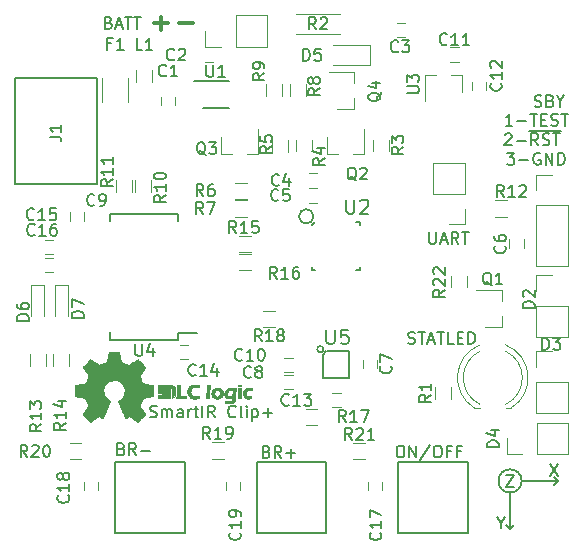
<source format=gbr>
G04 #@! TF.FileFunction,Legend,Top*
%FSLAX46Y46*%
G04 Gerber Fmt 4.6, Leading zero omitted, Abs format (unit mm)*
G04 Created by KiCad (PCBNEW 4.0.6) date 03/11/18 13:26:33*
%MOMM*%
%LPD*%
G01*
G04 APERTURE LIST*
%ADD10C,0.100000*%
%ADD11C,0.200000*%
%ADD12C,0.150000*%
%ADD13C,0.300000*%
%ADD14C,0.120000*%
%ADD15C,0.010000*%
G04 APERTURE END LIST*
D10*
D11*
X108970000Y-103160000D02*
X108630000Y-102830000D01*
X108970000Y-103170000D02*
X109300000Y-102820000D01*
X113010000Y-99120000D02*
X112680000Y-99460000D01*
X113020000Y-99120000D02*
X112670000Y-98790000D01*
D12*
X112376667Y-97642381D02*
X113043334Y-98642381D01*
X113043334Y-97642381D02*
X112376667Y-98642381D01*
X108160000Y-102636190D02*
X108160000Y-103112381D01*
X107826667Y-102112381D02*
X108160000Y-102636190D01*
X108493334Y-102112381D01*
D11*
X108960000Y-103150000D02*
X108960000Y-100090000D01*
X109950000Y-99120000D02*
X113010000Y-99120000D01*
D12*
X108596667Y-98612381D02*
X109263334Y-98612381D01*
X108596667Y-99612381D01*
X109263334Y-99612381D01*
D11*
X109940816Y-99100000D02*
G75*
G03X109940816Y-99100000I-980816J0D01*
G01*
D13*
X80948572Y-60357143D02*
X82091429Y-60357143D01*
X78828572Y-60357143D02*
X79971429Y-60357143D01*
X79400000Y-60928571D02*
X79400000Y-59785714D01*
D12*
X78479524Y-93664762D02*
X78622381Y-93712381D01*
X78860477Y-93712381D01*
X78955715Y-93664762D01*
X79003334Y-93617143D01*
X79050953Y-93521905D01*
X79050953Y-93426667D01*
X79003334Y-93331429D01*
X78955715Y-93283810D01*
X78860477Y-93236190D01*
X78670000Y-93188571D01*
X78574762Y-93140952D01*
X78527143Y-93093333D01*
X78479524Y-92998095D01*
X78479524Y-92902857D01*
X78527143Y-92807619D01*
X78574762Y-92760000D01*
X78670000Y-92712381D01*
X78908096Y-92712381D01*
X79050953Y-92760000D01*
X79479524Y-93712381D02*
X79479524Y-93045714D01*
X79479524Y-93140952D02*
X79527143Y-93093333D01*
X79622381Y-93045714D01*
X79765239Y-93045714D01*
X79860477Y-93093333D01*
X79908096Y-93188571D01*
X79908096Y-93712381D01*
X79908096Y-93188571D02*
X79955715Y-93093333D01*
X80050953Y-93045714D01*
X80193810Y-93045714D01*
X80289048Y-93093333D01*
X80336667Y-93188571D01*
X80336667Y-93712381D01*
X81241429Y-93712381D02*
X81241429Y-93188571D01*
X81193810Y-93093333D01*
X81098572Y-93045714D01*
X80908095Y-93045714D01*
X80812857Y-93093333D01*
X81241429Y-93664762D02*
X81146191Y-93712381D01*
X80908095Y-93712381D01*
X80812857Y-93664762D01*
X80765238Y-93569524D01*
X80765238Y-93474286D01*
X80812857Y-93379048D01*
X80908095Y-93331429D01*
X81146191Y-93331429D01*
X81241429Y-93283810D01*
X81717619Y-93712381D02*
X81717619Y-93045714D01*
X81717619Y-93236190D02*
X81765238Y-93140952D01*
X81812857Y-93093333D01*
X81908095Y-93045714D01*
X82003334Y-93045714D01*
X82193810Y-93045714D02*
X82574762Y-93045714D01*
X82336667Y-92712381D02*
X82336667Y-93569524D01*
X82384286Y-93664762D01*
X82479524Y-93712381D01*
X82574762Y-93712381D01*
X82908096Y-93712381D02*
X82908096Y-92712381D01*
X83955715Y-93712381D02*
X83622381Y-93236190D01*
X83384286Y-93712381D02*
X83384286Y-92712381D01*
X83765239Y-92712381D01*
X83860477Y-92760000D01*
X83908096Y-92807619D01*
X83955715Y-92902857D01*
X83955715Y-93045714D01*
X83908096Y-93140952D01*
X83860477Y-93188571D01*
X83765239Y-93236190D01*
X83384286Y-93236190D01*
X85717620Y-93617143D02*
X85670001Y-93664762D01*
X85527144Y-93712381D01*
X85431906Y-93712381D01*
X85289048Y-93664762D01*
X85193810Y-93569524D01*
X85146191Y-93474286D01*
X85098572Y-93283810D01*
X85098572Y-93140952D01*
X85146191Y-92950476D01*
X85193810Y-92855238D01*
X85289048Y-92760000D01*
X85431906Y-92712381D01*
X85527144Y-92712381D01*
X85670001Y-92760000D01*
X85717620Y-92807619D01*
X86289048Y-93712381D02*
X86193810Y-93664762D01*
X86146191Y-93569524D01*
X86146191Y-92712381D01*
X86670001Y-93712381D02*
X86670001Y-93045714D01*
X86670001Y-92712381D02*
X86622382Y-92760000D01*
X86670001Y-92807619D01*
X86717620Y-92760000D01*
X86670001Y-92712381D01*
X86670001Y-92807619D01*
X87146191Y-93045714D02*
X87146191Y-94045714D01*
X87146191Y-93093333D02*
X87241429Y-93045714D01*
X87431906Y-93045714D01*
X87527144Y-93093333D01*
X87574763Y-93140952D01*
X87622382Y-93236190D01*
X87622382Y-93521905D01*
X87574763Y-93617143D01*
X87527144Y-93664762D01*
X87431906Y-93712381D01*
X87241429Y-93712381D01*
X87146191Y-93664762D01*
X88050953Y-93331429D02*
X88812858Y-93331429D01*
X88431906Y-93712381D02*
X88431906Y-92950476D01*
X109147143Y-69022381D02*
X108575714Y-69022381D01*
X108861428Y-69022381D02*
X108861428Y-68022381D01*
X108766190Y-68165238D01*
X108670952Y-68260476D01*
X108575714Y-68308095D01*
X109575714Y-68641429D02*
X110337619Y-68641429D01*
X110670952Y-68022381D02*
X111242381Y-68022381D01*
X110956666Y-69022381D02*
X110956666Y-68022381D01*
X111575714Y-68498571D02*
X111909048Y-68498571D01*
X112051905Y-69022381D02*
X111575714Y-69022381D01*
X111575714Y-68022381D01*
X112051905Y-68022381D01*
X112432857Y-68974762D02*
X112575714Y-69022381D01*
X112813810Y-69022381D01*
X112909048Y-68974762D01*
X112956667Y-68927143D01*
X113004286Y-68831905D01*
X113004286Y-68736667D01*
X112956667Y-68641429D01*
X112909048Y-68593810D01*
X112813810Y-68546190D01*
X112623333Y-68498571D01*
X112528095Y-68450952D01*
X112480476Y-68403333D01*
X112432857Y-68308095D01*
X112432857Y-68212857D01*
X112480476Y-68117619D01*
X112528095Y-68070000D01*
X112623333Y-68022381D01*
X112861429Y-68022381D01*
X113004286Y-68070000D01*
X113290000Y-68022381D02*
X113861429Y-68022381D01*
X113575714Y-69022381D02*
X113575714Y-68022381D01*
X108528095Y-69767619D02*
X108575714Y-69720000D01*
X108670952Y-69672381D01*
X108909048Y-69672381D01*
X109004286Y-69720000D01*
X109051905Y-69767619D01*
X109099524Y-69862857D01*
X109099524Y-69958095D01*
X109051905Y-70100952D01*
X108480476Y-70672381D01*
X109099524Y-70672381D01*
X109528095Y-70291429D02*
X110290000Y-70291429D01*
X111337619Y-70672381D02*
X111004285Y-70196190D01*
X110766190Y-70672381D02*
X110766190Y-69672381D01*
X111147143Y-69672381D01*
X111242381Y-69720000D01*
X111290000Y-69767619D01*
X111337619Y-69862857D01*
X111337619Y-70005714D01*
X111290000Y-70100952D01*
X111242381Y-70148571D01*
X111147143Y-70196190D01*
X110766190Y-70196190D01*
X111718571Y-70624762D02*
X111861428Y-70672381D01*
X112099524Y-70672381D01*
X112194762Y-70624762D01*
X112242381Y-70577143D01*
X112290000Y-70481905D01*
X112290000Y-70386667D01*
X112242381Y-70291429D01*
X112194762Y-70243810D01*
X112099524Y-70196190D01*
X111909047Y-70148571D01*
X111813809Y-70100952D01*
X111766190Y-70053333D01*
X111718571Y-69958095D01*
X111718571Y-69862857D01*
X111766190Y-69767619D01*
X111813809Y-69720000D01*
X111909047Y-69672381D01*
X112147143Y-69672381D01*
X112290000Y-69720000D01*
X112575714Y-69672381D02*
X113147143Y-69672381D01*
X112861428Y-70672381D02*
X112861428Y-69672381D01*
X110528095Y-69500000D02*
X113242381Y-69500000D01*
X108694762Y-71322381D02*
X109313810Y-71322381D01*
X108980476Y-71703333D01*
X109123334Y-71703333D01*
X109218572Y-71750952D01*
X109266191Y-71798571D01*
X109313810Y-71893810D01*
X109313810Y-72131905D01*
X109266191Y-72227143D01*
X109218572Y-72274762D01*
X109123334Y-72322381D01*
X108837619Y-72322381D01*
X108742381Y-72274762D01*
X108694762Y-72227143D01*
X109742381Y-71941429D02*
X110504286Y-71941429D01*
X111504286Y-71370000D02*
X111409048Y-71322381D01*
X111266191Y-71322381D01*
X111123333Y-71370000D01*
X111028095Y-71465238D01*
X110980476Y-71560476D01*
X110932857Y-71750952D01*
X110932857Y-71893810D01*
X110980476Y-72084286D01*
X111028095Y-72179524D01*
X111123333Y-72274762D01*
X111266191Y-72322381D01*
X111361429Y-72322381D01*
X111504286Y-72274762D01*
X111551905Y-72227143D01*
X111551905Y-71893810D01*
X111361429Y-71893810D01*
X111980476Y-72322381D02*
X111980476Y-71322381D01*
X112551905Y-72322381D01*
X112551905Y-71322381D01*
X113028095Y-72322381D02*
X113028095Y-71322381D01*
X113266190Y-71322381D01*
X113409048Y-71370000D01*
X113504286Y-71465238D01*
X113551905Y-71560476D01*
X113599524Y-71750952D01*
X113599524Y-71893810D01*
X113551905Y-72084286D01*
X113504286Y-72179524D01*
X113409048Y-72274762D01*
X113266190Y-72322381D01*
X113028095Y-72322381D01*
X80875000Y-87125000D02*
X80875000Y-86550000D01*
X75125000Y-87125000D02*
X75125000Y-86475000D01*
X75125000Y-76475000D02*
X75125000Y-77125000D01*
X80875000Y-76475000D02*
X80875000Y-77125000D01*
X80875000Y-87125000D02*
X75125000Y-87125000D01*
X80875000Y-76475000D02*
X75125000Y-76475000D01*
X80875000Y-86550000D02*
X82475000Y-86550000D01*
D14*
X88370000Y-62330000D02*
X88370000Y-59670000D01*
X85770000Y-62330000D02*
X88370000Y-62330000D01*
X85770000Y-59670000D02*
X88370000Y-59670000D01*
X85770000Y-62330000D02*
X85770000Y-59670000D01*
X84500000Y-62330000D02*
X83170000Y-62330000D01*
X83170000Y-62330000D02*
X83170000Y-61000000D01*
X80600000Y-66550000D02*
X80600000Y-67250000D01*
X79400000Y-67250000D02*
X79400000Y-66550000D01*
X83850000Y-63600000D02*
X83150000Y-63600000D01*
X83150000Y-62400000D02*
X83850000Y-62400000D01*
X99375000Y-60350000D02*
X100075000Y-60350000D01*
X100075000Y-61550000D02*
X99375000Y-61550000D01*
X92650000Y-74260000D02*
X91950000Y-74260000D01*
X91950000Y-73060000D02*
X92650000Y-73060000D01*
X92650000Y-75530000D02*
X91950000Y-75530000D01*
X91950000Y-74330000D02*
X92650000Y-74330000D01*
X110100000Y-78650000D02*
X110100000Y-79350000D01*
X108900000Y-79350000D02*
X108900000Y-78650000D01*
X97700000Y-88850000D02*
X97700000Y-89550000D01*
X96500000Y-89550000D02*
X96500000Y-88850000D01*
X90550000Y-91300000D02*
X89850000Y-91300000D01*
X89850000Y-90100000D02*
X90550000Y-90100000D01*
X71700000Y-77050000D02*
X71700000Y-76350000D01*
X72900000Y-76350000D02*
X72900000Y-77050000D01*
X90550000Y-89900000D02*
X89850000Y-89900000D01*
X89850000Y-88700000D02*
X90550000Y-88700000D01*
X103900000Y-62400000D02*
X104600000Y-62400000D01*
X104600000Y-63600000D02*
X103900000Y-63600000D01*
X105730000Y-65990000D02*
X105730000Y-65290000D01*
X106930000Y-65290000D02*
X106930000Y-65990000D01*
X93920000Y-91640000D02*
X94620000Y-91640000D01*
X94620000Y-92840000D02*
X93920000Y-92840000D01*
X81690000Y-88810000D02*
X80990000Y-88810000D01*
X80990000Y-87610000D02*
X81690000Y-87610000D01*
X70250000Y-79900000D02*
X69550000Y-79900000D01*
X69550000Y-78700000D02*
X70250000Y-78700000D01*
X70250000Y-81400000D02*
X69550000Y-81400000D01*
X69550000Y-80200000D02*
X70250000Y-80200000D01*
X96900000Y-99850000D02*
X96900000Y-99150000D01*
X98100000Y-99150000D02*
X98100000Y-99850000D01*
X72900000Y-99900000D02*
X72900000Y-99200000D01*
X74100000Y-99200000D02*
X74100000Y-99900000D01*
X84900000Y-99850000D02*
X84900000Y-99150000D01*
X86100000Y-99150000D02*
X86100000Y-99850000D01*
X106419173Y-87577185D02*
G75*
G03X105955170Y-92925000I1080827J-2787815D01*
G01*
X108580827Y-87577185D02*
G75*
G02X109044830Y-92925000I-1080827J-2787815D01*
G01*
X106419571Y-88110521D02*
G75*
G03X106420000Y-92619684I1080429J-2254479D01*
G01*
X108580429Y-88110521D02*
G75*
G02X108580000Y-92619684I-1080429J-2254479D01*
G01*
X105955000Y-92925000D02*
X106420000Y-92925000D01*
X108580000Y-92925000D02*
X109045000Y-92925000D01*
X111170000Y-86870000D02*
X113830000Y-86870000D01*
X111170000Y-84270000D02*
X111170000Y-86870000D01*
X113830000Y-84270000D02*
X113830000Y-86870000D01*
X111170000Y-84270000D02*
X113830000Y-84270000D01*
X111170000Y-83000000D02*
X111170000Y-81670000D01*
X111170000Y-81670000D02*
X112500000Y-81670000D01*
X111170000Y-93330000D02*
X113830000Y-93330000D01*
X111170000Y-90730000D02*
X111170000Y-93330000D01*
X113830000Y-90730000D02*
X113830000Y-93330000D01*
X111170000Y-90730000D02*
X113830000Y-90730000D01*
X111170000Y-89460000D02*
X111170000Y-88130000D01*
X111170000Y-88130000D02*
X112500000Y-88130000D01*
X113870000Y-96830000D02*
X113870000Y-94170000D01*
X111270000Y-96830000D02*
X113870000Y-96830000D01*
X111270000Y-94170000D02*
X113870000Y-94170000D01*
X111270000Y-96830000D02*
X111270000Y-94170000D01*
X110000000Y-96830000D02*
X108670000Y-96830000D01*
X108670000Y-96830000D02*
X108670000Y-95500000D01*
X97100000Y-63850000D02*
X97100000Y-62150000D01*
X97100000Y-62150000D02*
X93950000Y-62150000D01*
X97100000Y-63850000D02*
X93950000Y-63850000D01*
X74430000Y-67000000D02*
X74430000Y-65000000D01*
X76570000Y-65000000D02*
X76570000Y-67000000D01*
D12*
X73975000Y-65000000D02*
X67025000Y-65000000D01*
X73975000Y-74000000D02*
X73975000Y-65000000D01*
X67025000Y-74000000D02*
X73975000Y-74000000D01*
X67025000Y-65000000D02*
X67025000Y-74000000D01*
D14*
X105130000Y-72170000D02*
X102470000Y-72170000D01*
X105130000Y-74770000D02*
X105130000Y-72170000D01*
X102470000Y-74770000D02*
X102470000Y-72170000D01*
X105130000Y-74770000D02*
X102470000Y-74770000D01*
X105130000Y-76040000D02*
X105130000Y-77370000D01*
X105130000Y-77370000D02*
X103800000Y-77370000D01*
X111170000Y-80910000D02*
X113830000Y-80910000D01*
X111170000Y-75770000D02*
X111170000Y-80910000D01*
X113830000Y-75770000D02*
X113830000Y-80910000D01*
X111170000Y-75770000D02*
X113830000Y-75770000D01*
X111170000Y-74500000D02*
X111170000Y-73170000D01*
X111170000Y-73170000D02*
X112500000Y-73170000D01*
X78680000Y-64300000D02*
X78680000Y-65300000D01*
X77320000Y-65300000D02*
X77320000Y-64300000D01*
X103930000Y-91150000D02*
X103930000Y-92150000D01*
X102570000Y-92150000D02*
X102570000Y-91150000D01*
X90830000Y-59540000D02*
X94550000Y-59540000D01*
X90830000Y-61260000D02*
X94550000Y-61260000D01*
X98680000Y-70200000D02*
X98680000Y-71200000D01*
X97320000Y-71200000D02*
X97320000Y-70200000D01*
X90820000Y-71200000D02*
X90820000Y-70200000D01*
X92180000Y-70200000D02*
X92180000Y-71200000D01*
X88820000Y-71210000D02*
X88820000Y-70210000D01*
X90180000Y-70210000D02*
X90180000Y-71210000D01*
X86660000Y-75210000D02*
X85660000Y-75210000D01*
X85660000Y-73850000D02*
X86660000Y-73850000D01*
X85660000Y-75350000D02*
X86660000Y-75350000D01*
X86660000Y-76710000D02*
X85660000Y-76710000D01*
X90320000Y-66500000D02*
X90320000Y-65500000D01*
X91680000Y-65500000D02*
X91680000Y-66500000D01*
X89680000Y-65490000D02*
X89680000Y-66490000D01*
X88320000Y-66490000D02*
X88320000Y-65490000D01*
X77200000Y-74630000D02*
X77200000Y-73630000D01*
X78560000Y-73630000D02*
X78560000Y-74630000D01*
X75600000Y-74630000D02*
X75600000Y-73630000D01*
X76960000Y-73630000D02*
X76960000Y-74630000D01*
X107690000Y-75350000D02*
X108690000Y-75350000D01*
X108690000Y-76710000D02*
X107690000Y-76710000D01*
X68296198Y-89326768D02*
X68296198Y-88326768D01*
X69656198Y-88326768D02*
X69656198Y-89326768D01*
X70296198Y-89326768D02*
X70296198Y-88326768D01*
X71656198Y-88326768D02*
X71656198Y-89326768D01*
X87000000Y-79680000D02*
X86000000Y-79680000D01*
X86000000Y-78320000D02*
X87000000Y-78320000D01*
X87000000Y-81280000D02*
X86000000Y-81280000D01*
X86000000Y-79920000D02*
X87000000Y-79920000D01*
X92650000Y-94330000D02*
X91650000Y-94330000D01*
X91650000Y-92970000D02*
X92650000Y-92970000D01*
X89029602Y-86048580D02*
X88029602Y-86048580D01*
X88029602Y-84688580D02*
X89029602Y-84688580D01*
X84700000Y-97200000D02*
X83700000Y-97200000D01*
X83700000Y-95840000D02*
X84700000Y-95840000D01*
X72670000Y-97210000D02*
X71670000Y-97210000D01*
X71670000Y-95850000D02*
X72670000Y-95850000D01*
X96690000Y-97210000D02*
X95690000Y-97210000D01*
X95690000Y-95850000D02*
X96690000Y-95850000D01*
D12*
X99500000Y-103500000D02*
X105400000Y-103500000D01*
X99500000Y-97500000D02*
X105400000Y-97500000D01*
X105400000Y-103500000D02*
X105400000Y-97500000D01*
X99500000Y-103500000D02*
X99500000Y-97500000D01*
X75500000Y-103500000D02*
X81400000Y-103500000D01*
X75500000Y-97500000D02*
X81400000Y-97500000D01*
X81400000Y-103500000D02*
X81400000Y-97500000D01*
X75500000Y-103500000D02*
X75500000Y-97500000D01*
X87500000Y-103500000D02*
X93400000Y-103500000D01*
X87500000Y-97500000D02*
X93400000Y-97500000D01*
X93400000Y-103500000D02*
X93400000Y-97500000D01*
X87500000Y-103500000D02*
X87500000Y-97500000D01*
X82987500Y-67487500D02*
X85137500Y-67487500D01*
X82162500Y-65237500D02*
X85137500Y-65237500D01*
X93169258Y-87950000D02*
G75*
G03X93169258Y-87950000I-269258J0D01*
G01*
X93400000Y-88100000D02*
X93100000Y-88450000D01*
X93100000Y-88500000D02*
X93100000Y-90350000D01*
X93100000Y-90350000D02*
X95350000Y-90350000D01*
X95350000Y-90350000D02*
X95350000Y-88150000D01*
X95350000Y-88100000D02*
X93450000Y-88100000D01*
D14*
X103940000Y-82710000D02*
X103940000Y-81710000D01*
X105300000Y-81710000D02*
X105300000Y-82710000D01*
X108260000Y-86080000D02*
X108260000Y-85150000D01*
X108260000Y-82920000D02*
X108260000Y-83850000D01*
X108260000Y-82920000D02*
X106100000Y-82920000D01*
X108260000Y-86080000D02*
X106800000Y-86080000D01*
X93420000Y-71460000D02*
X94350000Y-71460000D01*
X96580000Y-71460000D02*
X95650000Y-71460000D01*
X96580000Y-71460000D02*
X96580000Y-69300000D01*
X93420000Y-71460000D02*
X93420000Y-70000000D01*
X84470000Y-71460000D02*
X85400000Y-71460000D01*
X87630000Y-71460000D02*
X86700000Y-71460000D01*
X87630000Y-71460000D02*
X87630000Y-69300000D01*
X84470000Y-71460000D02*
X84470000Y-70000000D01*
X95760000Y-67630000D02*
X95760000Y-66700000D01*
X95760000Y-64470000D02*
X95760000Y-65400000D01*
X95760000Y-64470000D02*
X93600000Y-64470000D01*
X95760000Y-67630000D02*
X94300000Y-67630000D01*
X104880000Y-64740000D02*
X103950000Y-64740000D01*
X101720000Y-64740000D02*
X102650000Y-64740000D01*
X101720000Y-64740000D02*
X101720000Y-66900000D01*
X104880000Y-64740000D02*
X104880000Y-66200000D01*
X69526198Y-82526768D02*
X68426198Y-82526768D01*
X68426198Y-82526768D02*
X68426198Y-85126768D01*
X69526198Y-82526768D02*
X69526198Y-85126768D01*
X71526198Y-82526768D02*
X70426198Y-82526768D01*
X70426198Y-82526768D02*
X70426198Y-85126768D01*
X71526198Y-82526768D02*
X71526198Y-85126768D01*
D12*
X92310328Y-76700000D02*
G75*
G03X92310328Y-76700000I-610328J0D01*
G01*
X92150000Y-77450000D02*
X92450000Y-77150000D01*
X95950000Y-77150000D02*
X96250000Y-77150000D01*
X96250000Y-77150000D02*
X96250000Y-77450000D01*
X92450000Y-81250000D02*
X92150000Y-81250000D01*
X92150000Y-81250000D02*
X92150000Y-80950000D01*
X95950000Y-81250000D02*
X96250000Y-81250000D01*
X96250000Y-81250000D02*
X96250000Y-80950000D01*
D15*
G36*
X85400234Y-91216019D02*
X85451507Y-91218603D01*
X85505482Y-91222681D01*
X85559226Y-91227884D01*
X85609806Y-91233843D01*
X85654290Y-91240190D01*
X85689746Y-91246556D01*
X85713240Y-91252574D01*
X85720923Y-91256310D01*
X85722554Y-91266499D01*
X85722878Y-91291425D01*
X85721960Y-91328949D01*
X85719866Y-91376930D01*
X85716661Y-91433229D01*
X85714595Y-91464796D01*
X85710568Y-91528953D01*
X85706342Y-91605271D01*
X85702145Y-91688985D01*
X85698208Y-91775330D01*
X85694758Y-91859540D01*
X85692279Y-91928967D01*
X85689058Y-92020293D01*
X85685768Y-92096464D01*
X85682230Y-92159260D01*
X85678267Y-92210458D01*
X85673697Y-92251838D01*
X85668343Y-92285177D01*
X85662024Y-92312254D01*
X85654563Y-92334847D01*
X85650391Y-92344923D01*
X85617391Y-92398856D01*
X85570261Y-92444028D01*
X85509610Y-92480018D01*
X85436044Y-92506408D01*
X85406719Y-92513434D01*
X85370221Y-92518720D01*
X85321354Y-92522332D01*
X85264602Y-92524219D01*
X85204453Y-92524331D01*
X85145391Y-92522618D01*
X85091903Y-92519029D01*
X85074010Y-92517167D01*
X85038958Y-92512379D01*
X84995452Y-92505471D01*
X84951621Y-92497751D01*
X84941770Y-92495887D01*
X84864820Y-92481082D01*
X84859537Y-92425158D01*
X84856243Y-92383240D01*
X84854575Y-92346364D01*
X84854566Y-92317764D01*
X84856248Y-92300673D01*
X84858261Y-92297267D01*
X84867711Y-92299265D01*
X84889783Y-92304639D01*
X84920725Y-92312463D01*
X84942340Y-92318040D01*
X85047396Y-92341193D01*
X85140045Y-92352833D01*
X85220301Y-92352956D01*
X85288178Y-92341560D01*
X85343688Y-92318641D01*
X85386845Y-92284198D01*
X85417662Y-92238225D01*
X85429283Y-92208262D01*
X85436485Y-92177899D01*
X85443311Y-92136788D01*
X85448838Y-92091108D01*
X85451424Y-92059978D01*
X85457707Y-91963032D01*
X85414665Y-92010127D01*
X85363332Y-92056358D01*
X85305277Y-92089107D01*
X85238309Y-92109325D01*
X85166887Y-92117679D01*
X85078838Y-92115288D01*
X85000921Y-92099435D01*
X84933555Y-92070530D01*
X84877162Y-92028982D01*
X84832161Y-91975202D01*
X84798973Y-91909599D01*
X84778019Y-91832584D01*
X84769719Y-91744566D01*
X84769592Y-91730338D01*
X84772083Y-91691078D01*
X85008230Y-91691078D01*
X85010259Y-91763335D01*
X85024386Y-91824430D01*
X85050431Y-91874019D01*
X85088217Y-91911755D01*
X85134592Y-91936223D01*
X85175252Y-91945187D01*
X85223296Y-91946957D01*
X85271263Y-91941847D01*
X85311692Y-91930170D01*
X85315046Y-91928646D01*
X85362704Y-91896890D01*
X85402719Y-91851360D01*
X85433977Y-91793906D01*
X85455362Y-91726378D01*
X85462789Y-91683434D01*
X85468731Y-91629760D01*
X85473324Y-91576089D01*
X85476474Y-91525184D01*
X85478088Y-91479806D01*
X85478070Y-91442717D01*
X85476325Y-91416678D01*
X85472760Y-91404453D01*
X85472346Y-91404124D01*
X85460049Y-91401100D01*
X85434931Y-91397918D01*
X85401094Y-91395027D01*
X85375383Y-91393467D01*
X85292557Y-91393979D01*
X85222127Y-91405079D01*
X85162781Y-91427415D01*
X85113206Y-91461633D01*
X85072090Y-91508383D01*
X85043395Y-91557270D01*
X85026300Y-91594477D01*
X85016086Y-91625552D01*
X85010602Y-91658682D01*
X85008230Y-91691078D01*
X84772083Y-91691078D01*
X84775490Y-91637408D01*
X84793413Y-91555077D01*
X84824165Y-91481265D01*
X84868549Y-91413891D01*
X84909415Y-91368182D01*
X84966918Y-91317741D01*
X85028989Y-91278093D01*
X85097612Y-91248623D01*
X85174775Y-91228714D01*
X85262464Y-91217750D01*
X85362667Y-91215116D01*
X85400234Y-91216019D01*
X85400234Y-91216019D01*
G37*
X85400234Y-91216019D02*
X85451507Y-91218603D01*
X85505482Y-91222681D01*
X85559226Y-91227884D01*
X85609806Y-91233843D01*
X85654290Y-91240190D01*
X85689746Y-91246556D01*
X85713240Y-91252574D01*
X85720923Y-91256310D01*
X85722554Y-91266499D01*
X85722878Y-91291425D01*
X85721960Y-91328949D01*
X85719866Y-91376930D01*
X85716661Y-91433229D01*
X85714595Y-91464796D01*
X85710568Y-91528953D01*
X85706342Y-91605271D01*
X85702145Y-91688985D01*
X85698208Y-91775330D01*
X85694758Y-91859540D01*
X85692279Y-91928967D01*
X85689058Y-92020293D01*
X85685768Y-92096464D01*
X85682230Y-92159260D01*
X85678267Y-92210458D01*
X85673697Y-92251838D01*
X85668343Y-92285177D01*
X85662024Y-92312254D01*
X85654563Y-92334847D01*
X85650391Y-92344923D01*
X85617391Y-92398856D01*
X85570261Y-92444028D01*
X85509610Y-92480018D01*
X85436044Y-92506408D01*
X85406719Y-92513434D01*
X85370221Y-92518720D01*
X85321354Y-92522332D01*
X85264602Y-92524219D01*
X85204453Y-92524331D01*
X85145391Y-92522618D01*
X85091903Y-92519029D01*
X85074010Y-92517167D01*
X85038958Y-92512379D01*
X84995452Y-92505471D01*
X84951621Y-92497751D01*
X84941770Y-92495887D01*
X84864820Y-92481082D01*
X84859537Y-92425158D01*
X84856243Y-92383240D01*
X84854575Y-92346364D01*
X84854566Y-92317764D01*
X84856248Y-92300673D01*
X84858261Y-92297267D01*
X84867711Y-92299265D01*
X84889783Y-92304639D01*
X84920725Y-92312463D01*
X84942340Y-92318040D01*
X85047396Y-92341193D01*
X85140045Y-92352833D01*
X85220301Y-92352956D01*
X85288178Y-92341560D01*
X85343688Y-92318641D01*
X85386845Y-92284198D01*
X85417662Y-92238225D01*
X85429283Y-92208262D01*
X85436485Y-92177899D01*
X85443311Y-92136788D01*
X85448838Y-92091108D01*
X85451424Y-92059978D01*
X85457707Y-91963032D01*
X85414665Y-92010127D01*
X85363332Y-92056358D01*
X85305277Y-92089107D01*
X85238309Y-92109325D01*
X85166887Y-92117679D01*
X85078838Y-92115288D01*
X85000921Y-92099435D01*
X84933555Y-92070530D01*
X84877162Y-92028982D01*
X84832161Y-91975202D01*
X84798973Y-91909599D01*
X84778019Y-91832584D01*
X84769719Y-91744566D01*
X84769592Y-91730338D01*
X84772083Y-91691078D01*
X85008230Y-91691078D01*
X85010259Y-91763335D01*
X85024386Y-91824430D01*
X85050431Y-91874019D01*
X85088217Y-91911755D01*
X85134592Y-91936223D01*
X85175252Y-91945187D01*
X85223296Y-91946957D01*
X85271263Y-91941847D01*
X85311692Y-91930170D01*
X85315046Y-91928646D01*
X85362704Y-91896890D01*
X85402719Y-91851360D01*
X85433977Y-91793906D01*
X85455362Y-91726378D01*
X85462789Y-91683434D01*
X85468731Y-91629760D01*
X85473324Y-91576089D01*
X85476474Y-91525184D01*
X85478088Y-91479806D01*
X85478070Y-91442717D01*
X85476325Y-91416678D01*
X85472760Y-91404453D01*
X85472346Y-91404124D01*
X85460049Y-91401100D01*
X85434931Y-91397918D01*
X85401094Y-91395027D01*
X85375383Y-91393467D01*
X85292557Y-91393979D01*
X85222127Y-91405079D01*
X85162781Y-91427415D01*
X85113206Y-91461633D01*
X85072090Y-91508383D01*
X85043395Y-91557270D01*
X85026300Y-91594477D01*
X85016086Y-91625552D01*
X85010602Y-91658682D01*
X85008230Y-91691078D01*
X84772083Y-91691078D01*
X84775490Y-91637408D01*
X84793413Y-91555077D01*
X84824165Y-91481265D01*
X84868549Y-91413891D01*
X84909415Y-91368182D01*
X84966918Y-91317741D01*
X85028989Y-91278093D01*
X85097612Y-91248623D01*
X85174775Y-91228714D01*
X85262464Y-91217750D01*
X85362667Y-91215116D01*
X85400234Y-91216019D01*
G36*
X82308295Y-90935336D02*
X82367335Y-90935884D01*
X82430888Y-90936742D01*
X82488970Y-90937962D01*
X82539418Y-90939464D01*
X82580066Y-90941167D01*
X82608750Y-90942991D01*
X82623308Y-90944857D01*
X82624590Y-90945406D01*
X82627034Y-90955190D01*
X82630066Y-90977667D01*
X82633335Y-91008620D01*
X82636491Y-91043836D01*
X82639185Y-91079100D01*
X82641066Y-91110195D01*
X82641785Y-91132908D01*
X82640997Y-91143015D01*
X82632965Y-91141775D01*
X82612425Y-91137210D01*
X82583273Y-91130200D01*
X82572330Y-91127477D01*
X82517820Y-91116824D01*
X82455154Y-91109453D01*
X82389333Y-91105537D01*
X82325353Y-91105250D01*
X82268213Y-91108764D01*
X82226106Y-91115475D01*
X82146465Y-91142531D01*
X82075205Y-91183542D01*
X82013849Y-91237023D01*
X81963918Y-91301491D01*
X81926936Y-91375464D01*
X81912231Y-91421319D01*
X81905076Y-91461518D01*
X81900908Y-91511678D01*
X81899834Y-91565351D01*
X81901962Y-91616087D01*
X81907399Y-91657436D01*
X81908246Y-91661320D01*
X81933237Y-91733570D01*
X81972255Y-91797395D01*
X82023930Y-91851423D01*
X82086895Y-91894280D01*
X82159780Y-91924595D01*
X82175067Y-91928937D01*
X82230023Y-91938521D01*
X82296634Y-91942163D01*
X82370739Y-91939960D01*
X82448174Y-91932012D01*
X82512811Y-91920955D01*
X82551938Y-91913217D01*
X82584574Y-91907313D01*
X82607418Y-91903801D01*
X82617169Y-91903239D01*
X82617254Y-91903299D01*
X82617220Y-91912389D01*
X82614771Y-91934730D01*
X82610337Y-91966882D01*
X82604844Y-92002366D01*
X82589300Y-92098300D01*
X82530033Y-92109061D01*
X82501522Y-92112880D01*
X82460327Y-92116603D01*
X82410698Y-92119932D01*
X82356884Y-92122570D01*
X82318367Y-92123864D01*
X82259258Y-92125131D01*
X82213317Y-92125246D01*
X82176804Y-92124012D01*
X82145979Y-92121229D01*
X82117105Y-92116698D01*
X82094000Y-92111927D01*
X81990505Y-92082125D01*
X81900124Y-92041628D01*
X81822915Y-91990510D01*
X81758937Y-91928841D01*
X81708247Y-91856695D01*
X81670906Y-91774142D01*
X81646970Y-91681256D01*
X81636499Y-91578108D01*
X81635987Y-91547967D01*
X81643304Y-91439297D01*
X81665002Y-91339142D01*
X81700702Y-91248034D01*
X81750024Y-91166505D01*
X81812589Y-91095087D01*
X81888019Y-91034311D01*
X81975934Y-90984711D01*
X82061112Y-90951439D01*
X82078123Y-90946245D01*
X82094630Y-90942188D01*
X82112869Y-90939152D01*
X82135076Y-90937026D01*
X82163487Y-90935694D01*
X82200336Y-90935045D01*
X82247860Y-90934963D01*
X82308295Y-90935336D01*
X82308295Y-90935336D01*
G37*
X82308295Y-90935336D02*
X82367335Y-90935884D01*
X82430888Y-90936742D01*
X82488970Y-90937962D01*
X82539418Y-90939464D01*
X82580066Y-90941167D01*
X82608750Y-90942991D01*
X82623308Y-90944857D01*
X82624590Y-90945406D01*
X82627034Y-90955190D01*
X82630066Y-90977667D01*
X82633335Y-91008620D01*
X82636491Y-91043836D01*
X82639185Y-91079100D01*
X82641066Y-91110195D01*
X82641785Y-91132908D01*
X82640997Y-91143015D01*
X82632965Y-91141775D01*
X82612425Y-91137210D01*
X82583273Y-91130200D01*
X82572330Y-91127477D01*
X82517820Y-91116824D01*
X82455154Y-91109453D01*
X82389333Y-91105537D01*
X82325353Y-91105250D01*
X82268213Y-91108764D01*
X82226106Y-91115475D01*
X82146465Y-91142531D01*
X82075205Y-91183542D01*
X82013849Y-91237023D01*
X81963918Y-91301491D01*
X81926936Y-91375464D01*
X81912231Y-91421319D01*
X81905076Y-91461518D01*
X81900908Y-91511678D01*
X81899834Y-91565351D01*
X81901962Y-91616087D01*
X81907399Y-91657436D01*
X81908246Y-91661320D01*
X81933237Y-91733570D01*
X81972255Y-91797395D01*
X82023930Y-91851423D01*
X82086895Y-91894280D01*
X82159780Y-91924595D01*
X82175067Y-91928937D01*
X82230023Y-91938521D01*
X82296634Y-91942163D01*
X82370739Y-91939960D01*
X82448174Y-91932012D01*
X82512811Y-91920955D01*
X82551938Y-91913217D01*
X82584574Y-91907313D01*
X82607418Y-91903801D01*
X82617169Y-91903239D01*
X82617254Y-91903299D01*
X82617220Y-91912389D01*
X82614771Y-91934730D01*
X82610337Y-91966882D01*
X82604844Y-92002366D01*
X82589300Y-92098300D01*
X82530033Y-92109061D01*
X82501522Y-92112880D01*
X82460327Y-92116603D01*
X82410698Y-92119932D01*
X82356884Y-92122570D01*
X82318367Y-92123864D01*
X82259258Y-92125131D01*
X82213317Y-92125246D01*
X82176804Y-92124012D01*
X82145979Y-92121229D01*
X82117105Y-92116698D01*
X82094000Y-92111927D01*
X81990505Y-92082125D01*
X81900124Y-92041628D01*
X81822915Y-91990510D01*
X81758937Y-91928841D01*
X81708247Y-91856695D01*
X81670906Y-91774142D01*
X81646970Y-91681256D01*
X81636499Y-91578108D01*
X81635987Y-91547967D01*
X81643304Y-91439297D01*
X81665002Y-91339142D01*
X81700702Y-91248034D01*
X81750024Y-91166505D01*
X81812589Y-91095087D01*
X81888019Y-91034311D01*
X81975934Y-90984711D01*
X82061112Y-90951439D01*
X82078123Y-90946245D01*
X82094630Y-90942188D01*
X82112869Y-90939152D01*
X82135076Y-90937026D01*
X82163487Y-90935694D01*
X82200336Y-90935045D01*
X82247860Y-90934963D01*
X82308295Y-90935336D01*
G36*
X84230049Y-91216786D02*
X84308482Y-91228516D01*
X84383286Y-91252051D01*
X84419892Y-91268060D01*
X84485810Y-91308317D01*
X84540956Y-91360430D01*
X84584714Y-91422705D01*
X84616471Y-91493452D01*
X84635614Y-91570978D01*
X84641529Y-91653591D01*
X84633601Y-91739599D01*
X84616660Y-91810433D01*
X84583481Y-91893108D01*
X84538483Y-91963809D01*
X84482120Y-92022229D01*
X84414845Y-92068063D01*
X84337111Y-92101005D01*
X84249371Y-92120748D01*
X84152078Y-92126988D01*
X84147929Y-92126951D01*
X84109842Y-92126193D01*
X84076755Y-92124950D01*
X84053242Y-92123424D01*
X84045567Y-92122443D01*
X83953599Y-92096444D01*
X83874542Y-92059577D01*
X83808586Y-92012081D01*
X83755918Y-91954196D01*
X83716727Y-91886159D01*
X83691202Y-91808211D01*
X83679532Y-91720591D01*
X83679510Y-91687667D01*
X83927436Y-91687667D01*
X83927541Y-91730649D01*
X83928792Y-91761281D01*
X83931963Y-91784140D01*
X83937829Y-91803805D01*
X83947163Y-91824853D01*
X83952434Y-91835466D01*
X83987017Y-91887232D01*
X84030933Y-91925408D01*
X84082585Y-91949336D01*
X84140374Y-91958358D01*
X84202703Y-91951816D01*
X84222403Y-91946614D01*
X84277077Y-91921805D01*
X84321791Y-91883378D01*
X84356392Y-91831515D01*
X84380730Y-91766401D01*
X84385040Y-91748768D01*
X84394772Y-91680190D01*
X84393899Y-91613471D01*
X84382995Y-91551816D01*
X84362635Y-91498430D01*
X84333392Y-91456518D01*
X84332495Y-91455585D01*
X84303364Y-91428419D01*
X84275818Y-91410730D01*
X84244847Y-91400638D01*
X84205443Y-91396265D01*
X84172567Y-91395599D01*
X84134039Y-91396160D01*
X84106763Y-91398652D01*
X84085074Y-91404230D01*
X84063309Y-91414050D01*
X84051880Y-91420216D01*
X84007647Y-91451346D01*
X83973515Y-91491438D01*
X83946373Y-91544187D01*
X83945293Y-91546850D01*
X83937001Y-91571259D01*
X83931658Y-91597938D01*
X83928687Y-91631444D01*
X83927510Y-91676332D01*
X83927436Y-91687667D01*
X83679510Y-91687667D01*
X83679489Y-91658034D01*
X83689597Y-91570010D01*
X83711846Y-91492461D01*
X83747183Y-91423157D01*
X83796559Y-91359863D01*
X83813731Y-91342222D01*
X83876726Y-91292163D01*
X83951027Y-91254377D01*
X84036040Y-91229092D01*
X84131168Y-91216537D01*
X84142934Y-91215911D01*
X84230049Y-91216786D01*
X84230049Y-91216786D01*
G37*
X84230049Y-91216786D02*
X84308482Y-91228516D01*
X84383286Y-91252051D01*
X84419892Y-91268060D01*
X84485810Y-91308317D01*
X84540956Y-91360430D01*
X84584714Y-91422705D01*
X84616471Y-91493452D01*
X84635614Y-91570978D01*
X84641529Y-91653591D01*
X84633601Y-91739599D01*
X84616660Y-91810433D01*
X84583481Y-91893108D01*
X84538483Y-91963809D01*
X84482120Y-92022229D01*
X84414845Y-92068063D01*
X84337111Y-92101005D01*
X84249371Y-92120748D01*
X84152078Y-92126988D01*
X84147929Y-92126951D01*
X84109842Y-92126193D01*
X84076755Y-92124950D01*
X84053242Y-92123424D01*
X84045567Y-92122443D01*
X83953599Y-92096444D01*
X83874542Y-92059577D01*
X83808586Y-92012081D01*
X83755918Y-91954196D01*
X83716727Y-91886159D01*
X83691202Y-91808211D01*
X83679532Y-91720591D01*
X83679510Y-91687667D01*
X83927436Y-91687667D01*
X83927541Y-91730649D01*
X83928792Y-91761281D01*
X83931963Y-91784140D01*
X83937829Y-91803805D01*
X83947163Y-91824853D01*
X83952434Y-91835466D01*
X83987017Y-91887232D01*
X84030933Y-91925408D01*
X84082585Y-91949336D01*
X84140374Y-91958358D01*
X84202703Y-91951816D01*
X84222403Y-91946614D01*
X84277077Y-91921805D01*
X84321791Y-91883378D01*
X84356392Y-91831515D01*
X84380730Y-91766401D01*
X84385040Y-91748768D01*
X84394772Y-91680190D01*
X84393899Y-91613471D01*
X84382995Y-91551816D01*
X84362635Y-91498430D01*
X84333392Y-91456518D01*
X84332495Y-91455585D01*
X84303364Y-91428419D01*
X84275818Y-91410730D01*
X84244847Y-91400638D01*
X84205443Y-91396265D01*
X84172567Y-91395599D01*
X84134039Y-91396160D01*
X84106763Y-91398652D01*
X84085074Y-91404230D01*
X84063309Y-91414050D01*
X84051880Y-91420216D01*
X84007647Y-91451346D01*
X83973515Y-91491438D01*
X83946373Y-91544187D01*
X83945293Y-91546850D01*
X83937001Y-91571259D01*
X83931658Y-91597938D01*
X83928687Y-91631444D01*
X83927510Y-91676332D01*
X83927436Y-91687667D01*
X83679510Y-91687667D01*
X83679489Y-91658034D01*
X83689597Y-91570010D01*
X83711846Y-91492461D01*
X83747183Y-91423157D01*
X83796559Y-91359863D01*
X83813731Y-91342222D01*
X83876726Y-91292163D01*
X83951027Y-91254377D01*
X84036040Y-91229092D01*
X84131168Y-91216537D01*
X84142934Y-91215911D01*
X84230049Y-91216786D01*
G36*
X86865969Y-91214730D02*
X86909829Y-91217984D01*
X86954430Y-91222793D01*
X86996122Y-91228654D01*
X87031251Y-91235064D01*
X87056167Y-91241521D01*
X87066499Y-91246579D01*
X87069150Y-91256280D01*
X87072652Y-91278375D01*
X87076546Y-91308567D01*
X87080371Y-91342556D01*
X87083668Y-91376047D01*
X87085976Y-91404740D01*
X87086836Y-91424340D01*
X87086191Y-91430564D01*
X87078105Y-91429083D01*
X87057306Y-91424173D01*
X87027455Y-91416717D01*
X87008900Y-91411953D01*
X86923384Y-91395186D01*
X86847767Y-91391879D01*
X86781594Y-91402091D01*
X86724411Y-91425883D01*
X86684906Y-91454668D01*
X86644591Y-91502009D01*
X86615736Y-91560113D01*
X86599018Y-91626684D01*
X86595116Y-91699428D01*
X86599169Y-91744805D01*
X86613384Y-91807658D01*
X86637150Y-91857440D01*
X86671879Y-91895930D01*
X86718984Y-91924906D01*
X86752700Y-91938109D01*
X86789672Y-91945639D01*
X86837512Y-91948602D01*
X86890837Y-91947195D01*
X86944265Y-91941614D01*
X86992416Y-91932056D01*
X87003385Y-91928950D01*
X87028832Y-91922065D01*
X87047038Y-91918796D01*
X87052825Y-91919269D01*
X87053237Y-91928816D01*
X87051116Y-91951410D01*
X87046871Y-91983419D01*
X87042355Y-92012542D01*
X87027730Y-92101661D01*
X86988682Y-92111052D01*
X86966331Y-92114622D01*
X86931188Y-92118109D01*
X86887392Y-92121190D01*
X86839080Y-92123547D01*
X86818400Y-92124244D01*
X86763245Y-92125444D01*
X86721175Y-92125246D01*
X86688380Y-92123421D01*
X86661052Y-92119743D01*
X86635382Y-92113984D01*
X86632133Y-92113116D01*
X86556301Y-92084776D01*
X86492056Y-92044201D01*
X86439601Y-91991690D01*
X86399135Y-91927539D01*
X86370859Y-91852047D01*
X86354972Y-91765511D01*
X86351317Y-91696134D01*
X86357249Y-91598203D01*
X86375653Y-91509816D01*
X86406031Y-91431687D01*
X86447883Y-91364529D01*
X86500713Y-91309057D01*
X86564022Y-91265986D01*
X86637312Y-91236029D01*
X86679186Y-91225875D01*
X86718415Y-91220173D01*
X86765999Y-91215867D01*
X86813375Y-91213673D01*
X86826503Y-91213533D01*
X86865969Y-91214730D01*
X86865969Y-91214730D01*
G37*
X86865969Y-91214730D02*
X86909829Y-91217984D01*
X86954430Y-91222793D01*
X86996122Y-91228654D01*
X87031251Y-91235064D01*
X87056167Y-91241521D01*
X87066499Y-91246579D01*
X87069150Y-91256280D01*
X87072652Y-91278375D01*
X87076546Y-91308567D01*
X87080371Y-91342556D01*
X87083668Y-91376047D01*
X87085976Y-91404740D01*
X87086836Y-91424340D01*
X87086191Y-91430564D01*
X87078105Y-91429083D01*
X87057306Y-91424173D01*
X87027455Y-91416717D01*
X87008900Y-91411953D01*
X86923384Y-91395186D01*
X86847767Y-91391879D01*
X86781594Y-91402091D01*
X86724411Y-91425883D01*
X86684906Y-91454668D01*
X86644591Y-91502009D01*
X86615736Y-91560113D01*
X86599018Y-91626684D01*
X86595116Y-91699428D01*
X86599169Y-91744805D01*
X86613384Y-91807658D01*
X86637150Y-91857440D01*
X86671879Y-91895930D01*
X86718984Y-91924906D01*
X86752700Y-91938109D01*
X86789672Y-91945639D01*
X86837512Y-91948602D01*
X86890837Y-91947195D01*
X86944265Y-91941614D01*
X86992416Y-91932056D01*
X87003385Y-91928950D01*
X87028832Y-91922065D01*
X87047038Y-91918796D01*
X87052825Y-91919269D01*
X87053237Y-91928816D01*
X87051116Y-91951410D01*
X87046871Y-91983419D01*
X87042355Y-92012542D01*
X87027730Y-92101661D01*
X86988682Y-92111052D01*
X86966331Y-92114622D01*
X86931188Y-92118109D01*
X86887392Y-92121190D01*
X86839080Y-92123547D01*
X86818400Y-92124244D01*
X86763245Y-92125444D01*
X86721175Y-92125246D01*
X86688380Y-92123421D01*
X86661052Y-92119743D01*
X86635382Y-92113984D01*
X86632133Y-92113116D01*
X86556301Y-92084776D01*
X86492056Y-92044201D01*
X86439601Y-91991690D01*
X86399135Y-91927539D01*
X86370859Y-91852047D01*
X86354972Y-91765511D01*
X86351317Y-91696134D01*
X86357249Y-91598203D01*
X86375653Y-91509816D01*
X86406031Y-91431687D01*
X86447883Y-91364529D01*
X86500713Y-91309057D01*
X86564022Y-91265986D01*
X86637312Y-91236029D01*
X86679186Y-91225875D01*
X86718415Y-91220173D01*
X86765999Y-91215867D01*
X86813375Y-91213673D01*
X86826503Y-91213533D01*
X86865969Y-91214730D01*
G36*
X80162124Y-91351663D02*
X80166540Y-91356650D01*
X80170186Y-91362380D01*
X80173137Y-91370411D01*
X80175465Y-91382301D01*
X80177245Y-91399607D01*
X80178551Y-91423887D01*
X80179455Y-91456701D01*
X80180031Y-91499605D01*
X80180354Y-91554158D01*
X80180496Y-91621919D01*
X80180532Y-91704444D01*
X80180533Y-91741129D01*
X80180533Y-92111000D01*
X79139134Y-92111000D01*
X79139134Y-91780800D01*
X79423564Y-91780800D01*
X79454915Y-91748693D01*
X79486267Y-91716586D01*
X79486267Y-91542736D01*
X79486325Y-91484277D01*
X79486662Y-91440360D01*
X79487522Y-91408592D01*
X79489147Y-91386583D01*
X79491784Y-91371940D01*
X79495674Y-91362272D01*
X79501061Y-91355187D01*
X79505863Y-91350476D01*
X79511327Y-91345685D01*
X79517629Y-91341807D01*
X79526492Y-91338746D01*
X79539636Y-91336404D01*
X79558784Y-91334685D01*
X79585659Y-91333494D01*
X79621982Y-91332733D01*
X79669475Y-91332306D01*
X79729860Y-91332116D01*
X79804859Y-91332068D01*
X79834587Y-91332067D01*
X80143715Y-91332067D01*
X80162124Y-91351663D01*
X80162124Y-91351663D01*
G37*
X80162124Y-91351663D02*
X80166540Y-91356650D01*
X80170186Y-91362380D01*
X80173137Y-91370411D01*
X80175465Y-91382301D01*
X80177245Y-91399607D01*
X80178551Y-91423887D01*
X80179455Y-91456701D01*
X80180031Y-91499605D01*
X80180354Y-91554158D01*
X80180496Y-91621919D01*
X80180532Y-91704444D01*
X80180533Y-91741129D01*
X80180533Y-92111000D01*
X79139134Y-92111000D01*
X79139134Y-91780800D01*
X79423564Y-91780800D01*
X79454915Y-91748693D01*
X79486267Y-91716586D01*
X79486267Y-91542736D01*
X79486325Y-91484277D01*
X79486662Y-91440360D01*
X79487522Y-91408592D01*
X79489147Y-91386583D01*
X79491784Y-91371940D01*
X79495674Y-91362272D01*
X79501061Y-91355187D01*
X79505863Y-91350476D01*
X79511327Y-91345685D01*
X79517629Y-91341807D01*
X79526492Y-91338746D01*
X79539636Y-91336404D01*
X79558784Y-91334685D01*
X79585659Y-91333494D01*
X79621982Y-91332733D01*
X79669475Y-91332306D01*
X79729860Y-91332116D01*
X79804859Y-91332068D01*
X79834587Y-91332067D01*
X80143715Y-91332067D01*
X80162124Y-91351663D01*
G36*
X80553067Y-91148596D02*
X80552930Y-91526081D01*
X80552793Y-91903567D01*
X80299067Y-92110973D01*
X80299067Y-91276122D01*
X80243227Y-91222000D01*
X79438903Y-91222000D01*
X79407552Y-91254107D01*
X79376200Y-91286214D01*
X79376200Y-91631707D01*
X79353449Y-91655454D01*
X79342945Y-91665726D01*
X79332511Y-91672505D01*
X79318527Y-91676517D01*
X79297371Y-91678486D01*
X79265422Y-91679138D01*
X79234916Y-91679200D01*
X79139134Y-91679200D01*
X79139134Y-90934134D01*
X80299075Y-90934134D01*
X80553067Y-91148596D01*
X80553067Y-91148596D01*
G37*
X80553067Y-91148596D02*
X80552930Y-91526081D01*
X80552793Y-91903567D01*
X80299067Y-92110973D01*
X80299067Y-91276122D01*
X80243227Y-91222000D01*
X79438903Y-91222000D01*
X79407552Y-91254107D01*
X79376200Y-91286214D01*
X79376200Y-91631707D01*
X79353449Y-91655454D01*
X79342945Y-91665726D01*
X79332511Y-91672505D01*
X79318527Y-91676517D01*
X79297371Y-91678486D01*
X79265422Y-91679138D01*
X79234916Y-91679200D01*
X79139134Y-91679200D01*
X79139134Y-90934134D01*
X80299075Y-90934134D01*
X80553067Y-91148596D01*
G36*
X81032535Y-91029384D02*
X81028463Y-91100239D01*
X81024206Y-91177559D01*
X81019865Y-91259257D01*
X81015537Y-91343245D01*
X81011324Y-91427436D01*
X81007324Y-91509744D01*
X81003637Y-91588081D01*
X81000363Y-91660359D01*
X80997602Y-91724493D01*
X80995451Y-91778394D01*
X80994013Y-91819976D01*
X80993385Y-91847152D01*
X80993365Y-91850650D01*
X80993333Y-91924733D01*
X81542443Y-91924733D01*
X81538473Y-91973417D01*
X81535250Y-92010870D01*
X81531604Y-92050305D01*
X81530009Y-92066550D01*
X81525515Y-92111000D01*
X80704700Y-92111000D01*
X80709340Y-92083484D01*
X80713241Y-92053802D01*
X80717598Y-92009216D01*
X80722295Y-91951747D01*
X80727218Y-91883414D01*
X80732253Y-91806236D01*
X80737284Y-91722235D01*
X80742198Y-91633429D01*
X80746879Y-91541839D01*
X80751213Y-91449484D01*
X80755085Y-91358386D01*
X80758381Y-91270562D01*
X80760986Y-91188034D01*
X80761717Y-91160617D01*
X80767431Y-90934134D01*
X81038152Y-90934134D01*
X81032535Y-91029384D01*
X81032535Y-91029384D01*
G37*
X81032535Y-91029384D02*
X81028463Y-91100239D01*
X81024206Y-91177559D01*
X81019865Y-91259257D01*
X81015537Y-91343245D01*
X81011324Y-91427436D01*
X81007324Y-91509744D01*
X81003637Y-91588081D01*
X81000363Y-91660359D01*
X80997602Y-91724493D01*
X80995451Y-91778394D01*
X80994013Y-91819976D01*
X80993385Y-91847152D01*
X80993365Y-91850650D01*
X80993333Y-91924733D01*
X81542443Y-91924733D01*
X81538473Y-91973417D01*
X81535250Y-92010870D01*
X81531604Y-92050305D01*
X81530009Y-92066550D01*
X81525515Y-92111000D01*
X80704700Y-92111000D01*
X80709340Y-92083484D01*
X80713241Y-92053802D01*
X80717598Y-92009216D01*
X80722295Y-91951747D01*
X80727218Y-91883414D01*
X80732253Y-91806236D01*
X80737284Y-91722235D01*
X80742198Y-91633429D01*
X80746879Y-91541839D01*
X80751213Y-91449484D01*
X80755085Y-91358386D01*
X80758381Y-91270562D01*
X80760986Y-91188034D01*
X80761717Y-91160617D01*
X80767431Y-90934134D01*
X81038152Y-90934134D01*
X81032535Y-91029384D01*
G36*
X83527949Y-91092883D02*
X83525176Y-91139543D01*
X83521906Y-91199857D01*
X83518298Y-91270563D01*
X83514511Y-91348393D01*
X83510706Y-91430085D01*
X83507042Y-91512371D01*
X83504447Y-91573367D01*
X83501201Y-91650957D01*
X83497946Y-91727863D01*
X83494803Y-91801330D01*
X83491891Y-91868604D01*
X83489327Y-91926930D01*
X83487233Y-91973552D01*
X83485856Y-92003050D01*
X83480645Y-92111000D01*
X83234454Y-92111000D01*
X83239955Y-92019984D01*
X83244266Y-91946167D01*
X83248795Y-91864049D01*
X83253455Y-91775612D01*
X83258156Y-91682836D01*
X83262808Y-91587704D01*
X83267322Y-91492196D01*
X83271610Y-91398295D01*
X83275581Y-91307982D01*
X83279147Y-91223238D01*
X83282217Y-91146045D01*
X83284704Y-91078385D01*
X83286516Y-91022238D01*
X83287567Y-90979587D01*
X83287800Y-90958288D01*
X83287800Y-90934134D01*
X83538072Y-90934134D01*
X83527949Y-91092883D01*
X83527949Y-91092883D01*
G37*
X83527949Y-91092883D02*
X83525176Y-91139543D01*
X83521906Y-91199857D01*
X83518298Y-91270563D01*
X83514511Y-91348393D01*
X83510706Y-91430085D01*
X83507042Y-91512371D01*
X83504447Y-91573367D01*
X83501201Y-91650957D01*
X83497946Y-91727863D01*
X83494803Y-91801330D01*
X83491891Y-91868604D01*
X83489327Y-91926930D01*
X83487233Y-91973552D01*
X83485856Y-92003050D01*
X83480645Y-92111000D01*
X83234454Y-92111000D01*
X83239955Y-92019984D01*
X83244266Y-91946167D01*
X83248795Y-91864049D01*
X83253455Y-91775612D01*
X83258156Y-91682836D01*
X83262808Y-91587704D01*
X83267322Y-91492196D01*
X83271610Y-91398295D01*
X83275581Y-91307982D01*
X83279147Y-91223238D01*
X83282217Y-91146045D01*
X83284704Y-91078385D01*
X83286516Y-91022238D01*
X83287567Y-90979587D01*
X83287800Y-90958288D01*
X83287800Y-90934134D01*
X83538072Y-90934134D01*
X83527949Y-91092883D01*
G36*
X86188551Y-91321484D02*
X86179615Y-91475687D01*
X86173113Y-91616484D01*
X86168922Y-91747208D01*
X86166921Y-91871190D01*
X86166708Y-91918383D01*
X86166467Y-92111000D01*
X85901812Y-92111000D01*
X85907224Y-92053850D01*
X85911072Y-92007673D01*
X85915286Y-91947521D01*
X85919724Y-91876347D01*
X85924242Y-91797102D01*
X85928698Y-91712738D01*
X85932950Y-91626205D01*
X85936854Y-91540457D01*
X85940269Y-91458444D01*
X85943051Y-91383118D01*
X85945057Y-91317431D01*
X85946146Y-91264334D01*
X85946299Y-91245284D01*
X85947701Y-91239503D01*
X85953548Y-91235447D01*
X85966348Y-91232815D01*
X85988609Y-91231307D01*
X86022841Y-91230625D01*
X86070305Y-91230467D01*
X86194277Y-91230467D01*
X86188551Y-91321484D01*
X86188551Y-91321484D01*
G37*
X86188551Y-91321484D02*
X86179615Y-91475687D01*
X86173113Y-91616484D01*
X86168922Y-91747208D01*
X86166921Y-91871190D01*
X86166708Y-91918383D01*
X86166467Y-92111000D01*
X85901812Y-92111000D01*
X85907224Y-92053850D01*
X85911072Y-92007673D01*
X85915286Y-91947521D01*
X85919724Y-91876347D01*
X85924242Y-91797102D01*
X85928698Y-91712738D01*
X85932950Y-91626205D01*
X85936854Y-91540457D01*
X85940269Y-91458444D01*
X85943051Y-91383118D01*
X85945057Y-91317431D01*
X85946146Y-91264334D01*
X85946299Y-91245284D01*
X85947701Y-91239503D01*
X85953548Y-91235447D01*
X85966348Y-91232815D01*
X85988609Y-91231307D01*
X86022841Y-91230625D01*
X86070305Y-91230467D01*
X86194277Y-91230467D01*
X86188551Y-91321484D01*
G36*
X86198546Y-91006852D02*
X86196100Y-91079570D01*
X86074640Y-91080935D01*
X86031201Y-91081128D01*
X85994241Y-91080730D01*
X85966842Y-91079819D01*
X85952088Y-91078472D01*
X85950427Y-91077844D01*
X85949699Y-91067897D01*
X85950179Y-91045346D01*
X85951750Y-91014468D01*
X85952447Y-91003761D01*
X85957220Y-90934134D01*
X86200993Y-90934134D01*
X86198546Y-91006852D01*
X86198546Y-91006852D01*
G37*
X86198546Y-91006852D02*
X86196100Y-91079570D01*
X86074640Y-91080935D01*
X86031201Y-91081128D01*
X85994241Y-91080730D01*
X85966842Y-91079819D01*
X85952088Y-91078472D01*
X85950427Y-91077844D01*
X85949699Y-91067897D01*
X85950179Y-91045346D01*
X85951750Y-91014468D01*
X85952447Y-91003761D01*
X85957220Y-90934134D01*
X86200993Y-90934134D01*
X86198546Y-91006852D01*
G36*
X75975814Y-88618931D02*
X76059635Y-89063555D01*
X76368920Y-89191053D01*
X76678206Y-89318551D01*
X77049246Y-89066246D01*
X77153157Y-88995996D01*
X77247087Y-88933272D01*
X77326652Y-88880938D01*
X77387470Y-88841857D01*
X77425157Y-88818893D01*
X77435421Y-88813942D01*
X77453910Y-88826676D01*
X77493420Y-88861882D01*
X77549522Y-88915062D01*
X77617787Y-88981718D01*
X77693786Y-89057354D01*
X77773092Y-89137472D01*
X77851275Y-89217574D01*
X77923907Y-89293164D01*
X77986559Y-89359745D01*
X78034803Y-89412818D01*
X78064210Y-89447887D01*
X78071241Y-89459623D01*
X78061123Y-89481260D01*
X78032759Y-89528662D01*
X77989129Y-89597193D01*
X77933218Y-89682215D01*
X77868006Y-89779093D01*
X77830219Y-89834350D01*
X77761343Y-89935248D01*
X77700140Y-90026299D01*
X77649578Y-90102970D01*
X77612628Y-90160728D01*
X77592258Y-90195043D01*
X77589197Y-90202254D01*
X77596136Y-90222748D01*
X77615051Y-90270513D01*
X77643087Y-90338832D01*
X77677391Y-90420989D01*
X77715109Y-90510270D01*
X77753387Y-90599958D01*
X77789370Y-90683338D01*
X77820206Y-90753694D01*
X77843039Y-90804310D01*
X77855017Y-90828471D01*
X77855724Y-90829422D01*
X77874531Y-90834036D01*
X77924618Y-90844328D01*
X78000793Y-90859287D01*
X78097865Y-90877901D01*
X78210643Y-90899159D01*
X78276442Y-90911418D01*
X78396950Y-90934362D01*
X78505797Y-90956195D01*
X78597476Y-90975722D01*
X78666481Y-90991748D01*
X78707304Y-91003079D01*
X78715511Y-91006674D01*
X78723548Y-91031006D01*
X78730033Y-91085959D01*
X78734970Y-91165108D01*
X78738364Y-91262026D01*
X78740218Y-91370287D01*
X78740538Y-91483465D01*
X78739327Y-91595135D01*
X78736590Y-91698868D01*
X78732331Y-91788241D01*
X78726555Y-91856826D01*
X78719267Y-91898197D01*
X78714895Y-91906810D01*
X78688764Y-91917133D01*
X78633393Y-91931892D01*
X78556107Y-91949352D01*
X78464230Y-91967780D01*
X78432158Y-91973741D01*
X78277524Y-92002066D01*
X78155375Y-92024876D01*
X78061673Y-92043080D01*
X77992384Y-92057583D01*
X77943471Y-92069292D01*
X77910897Y-92079115D01*
X77890628Y-92087956D01*
X77878626Y-92096724D01*
X77876947Y-92098457D01*
X77860184Y-92126371D01*
X77834614Y-92180695D01*
X77802788Y-92254777D01*
X77767260Y-92341965D01*
X77730583Y-92435608D01*
X77695311Y-92529052D01*
X77663996Y-92615647D01*
X77639193Y-92688740D01*
X77623454Y-92741678D01*
X77619332Y-92767811D01*
X77619676Y-92768726D01*
X77633641Y-92790086D01*
X77665322Y-92837084D01*
X77711391Y-92904827D01*
X77768518Y-92988423D01*
X77833373Y-93082982D01*
X77851843Y-93109854D01*
X77917699Y-93207275D01*
X77975650Y-93296163D01*
X78022538Y-93371412D01*
X78055207Y-93427920D01*
X78070500Y-93460581D01*
X78071241Y-93464593D01*
X78058392Y-93485684D01*
X78022888Y-93527464D01*
X77969293Y-93585445D01*
X77902171Y-93655135D01*
X77826087Y-93732045D01*
X77745604Y-93811683D01*
X77665287Y-93889561D01*
X77589699Y-93961186D01*
X77523405Y-94022070D01*
X77470969Y-94067721D01*
X77436955Y-94093650D01*
X77427545Y-94097883D01*
X77405643Y-94087912D01*
X77360800Y-94061020D01*
X77300321Y-94021736D01*
X77253789Y-93990117D01*
X77169475Y-93932098D01*
X77069626Y-93863784D01*
X76969473Y-93795579D01*
X76915627Y-93759075D01*
X76733371Y-93635800D01*
X76580381Y-93718520D01*
X76510682Y-93754759D01*
X76451414Y-93782926D01*
X76411311Y-93798991D01*
X76401103Y-93801226D01*
X76388829Y-93784722D01*
X76364613Y-93738082D01*
X76330263Y-93665609D01*
X76287588Y-93571606D01*
X76238394Y-93460374D01*
X76184490Y-93336215D01*
X76127684Y-93203432D01*
X76069782Y-93066327D01*
X76012593Y-92929202D01*
X75957924Y-92796358D01*
X75907584Y-92672098D01*
X75863380Y-92560725D01*
X75827119Y-92466539D01*
X75800609Y-92393844D01*
X75785658Y-92346941D01*
X75783254Y-92330833D01*
X75802311Y-92310286D01*
X75844036Y-92276933D01*
X75899706Y-92237702D01*
X75904378Y-92234599D01*
X76048264Y-92119423D01*
X76164283Y-91985053D01*
X76251430Y-91835784D01*
X76308699Y-91675913D01*
X76335086Y-91509737D01*
X76329585Y-91341552D01*
X76291190Y-91175655D01*
X76218895Y-91016342D01*
X76197626Y-90981487D01*
X76086996Y-90840737D01*
X75956302Y-90727714D01*
X75810064Y-90643003D01*
X75652808Y-90587194D01*
X75489057Y-90560874D01*
X75323333Y-90564630D01*
X75160162Y-90599050D01*
X75004065Y-90664723D01*
X74859567Y-90762235D01*
X74814869Y-90801813D01*
X74701112Y-90925703D01*
X74618218Y-91056124D01*
X74561356Y-91202315D01*
X74529687Y-91347088D01*
X74521869Y-91509860D01*
X74547938Y-91673440D01*
X74605245Y-91832298D01*
X74691144Y-91980906D01*
X74802986Y-92113735D01*
X74938123Y-92225256D01*
X74955883Y-92237011D01*
X75012150Y-92275508D01*
X75054923Y-92308863D01*
X75075372Y-92330160D01*
X75075669Y-92330833D01*
X75071279Y-92353871D01*
X75053876Y-92406157D01*
X75025268Y-92483390D01*
X74987265Y-92581268D01*
X74941674Y-92695491D01*
X74890303Y-92821758D01*
X74834962Y-92955767D01*
X74777458Y-93093218D01*
X74719601Y-93229808D01*
X74663198Y-93361237D01*
X74610058Y-93483205D01*
X74561990Y-93591409D01*
X74520801Y-93681549D01*
X74488301Y-93749323D01*
X74466297Y-93790430D01*
X74457436Y-93801226D01*
X74430360Y-93792819D01*
X74379697Y-93770272D01*
X74314183Y-93737613D01*
X74278159Y-93718520D01*
X74125168Y-93635800D01*
X73942912Y-93759075D01*
X73849875Y-93822228D01*
X73748015Y-93891727D01*
X73652562Y-93957165D01*
X73604750Y-93990117D01*
X73537505Y-94035273D01*
X73480564Y-94071057D01*
X73441354Y-94092938D01*
X73428619Y-94097563D01*
X73410083Y-94085085D01*
X73369059Y-94050252D01*
X73309525Y-93996678D01*
X73235458Y-93927983D01*
X73150835Y-93847781D01*
X73097315Y-93796286D01*
X73003681Y-93704286D01*
X72922759Y-93621999D01*
X72857823Y-93552945D01*
X72812142Y-93500644D01*
X72788989Y-93468616D01*
X72786768Y-93462116D01*
X72797076Y-93437394D01*
X72825561Y-93387405D01*
X72869063Y-93317212D01*
X72924423Y-93231875D01*
X72988480Y-93136456D01*
X73006697Y-93109854D01*
X73073073Y-93013167D01*
X73132622Y-92926117D01*
X73182016Y-92853595D01*
X73217925Y-92800493D01*
X73237019Y-92771703D01*
X73238864Y-92768726D01*
X73236105Y-92745782D01*
X73221462Y-92695336D01*
X73197487Y-92624041D01*
X73166734Y-92538547D01*
X73131756Y-92445507D01*
X73095107Y-92351574D01*
X73059339Y-92263399D01*
X73027006Y-92187634D01*
X73000662Y-92130931D01*
X72982858Y-92099943D01*
X72981593Y-92098457D01*
X72970706Y-92089601D01*
X72952318Y-92080843D01*
X72922394Y-92071277D01*
X72876897Y-92059996D01*
X72811791Y-92046093D01*
X72723039Y-92028663D01*
X72606607Y-92006798D01*
X72458458Y-91979591D01*
X72426382Y-91973741D01*
X72331314Y-91955374D01*
X72248435Y-91937405D01*
X72185070Y-91921569D01*
X72148542Y-91909600D01*
X72143644Y-91906810D01*
X72135573Y-91882072D01*
X72129013Y-91826790D01*
X72123967Y-91747389D01*
X72120441Y-91650296D01*
X72118439Y-91541938D01*
X72117964Y-91428740D01*
X72119023Y-91317128D01*
X72121618Y-91213529D01*
X72125754Y-91124368D01*
X72131437Y-91056072D01*
X72138669Y-91015066D01*
X72143029Y-91006674D01*
X72167302Y-90998208D01*
X72222574Y-90984435D01*
X72303338Y-90966550D01*
X72404088Y-90945748D01*
X72519317Y-90923223D01*
X72582098Y-90911418D01*
X72701213Y-90889151D01*
X72807435Y-90868979D01*
X72895573Y-90851915D01*
X72960434Y-90838969D01*
X72996826Y-90831155D01*
X73002816Y-90829422D01*
X73012939Y-90809890D01*
X73034338Y-90762843D01*
X73064161Y-90695003D01*
X73099555Y-90613091D01*
X73137668Y-90523828D01*
X73175647Y-90433935D01*
X73210640Y-90350135D01*
X73239794Y-90279147D01*
X73260257Y-90227694D01*
X73269177Y-90202497D01*
X73269343Y-90201396D01*
X73259231Y-90181519D01*
X73230883Y-90135777D01*
X73187277Y-90068717D01*
X73131394Y-89984884D01*
X73066213Y-89888826D01*
X73028321Y-89833650D01*
X72959275Y-89732481D01*
X72897950Y-89640630D01*
X72847337Y-89562744D01*
X72810429Y-89503469D01*
X72790218Y-89467451D01*
X72787299Y-89459377D01*
X72799847Y-89440584D01*
X72834537Y-89400457D01*
X72886937Y-89343493D01*
X72952616Y-89274185D01*
X73027144Y-89197031D01*
X73106087Y-89116525D01*
X73185017Y-89037163D01*
X73259500Y-88963440D01*
X73325106Y-88899852D01*
X73377404Y-88850894D01*
X73411961Y-88821061D01*
X73423522Y-88813942D01*
X73442346Y-88823953D01*
X73487369Y-88852078D01*
X73554213Y-88895454D01*
X73638501Y-88951218D01*
X73735856Y-89016506D01*
X73809293Y-89066246D01*
X74180333Y-89318551D01*
X74798905Y-89063555D01*
X74882725Y-88618931D01*
X74966546Y-88174307D01*
X75891994Y-88174307D01*
X75975814Y-88618931D01*
X75975814Y-88618931D01*
G37*
X75975814Y-88618931D02*
X76059635Y-89063555D01*
X76368920Y-89191053D01*
X76678206Y-89318551D01*
X77049246Y-89066246D01*
X77153157Y-88995996D01*
X77247087Y-88933272D01*
X77326652Y-88880938D01*
X77387470Y-88841857D01*
X77425157Y-88818893D01*
X77435421Y-88813942D01*
X77453910Y-88826676D01*
X77493420Y-88861882D01*
X77549522Y-88915062D01*
X77617787Y-88981718D01*
X77693786Y-89057354D01*
X77773092Y-89137472D01*
X77851275Y-89217574D01*
X77923907Y-89293164D01*
X77986559Y-89359745D01*
X78034803Y-89412818D01*
X78064210Y-89447887D01*
X78071241Y-89459623D01*
X78061123Y-89481260D01*
X78032759Y-89528662D01*
X77989129Y-89597193D01*
X77933218Y-89682215D01*
X77868006Y-89779093D01*
X77830219Y-89834350D01*
X77761343Y-89935248D01*
X77700140Y-90026299D01*
X77649578Y-90102970D01*
X77612628Y-90160728D01*
X77592258Y-90195043D01*
X77589197Y-90202254D01*
X77596136Y-90222748D01*
X77615051Y-90270513D01*
X77643087Y-90338832D01*
X77677391Y-90420989D01*
X77715109Y-90510270D01*
X77753387Y-90599958D01*
X77789370Y-90683338D01*
X77820206Y-90753694D01*
X77843039Y-90804310D01*
X77855017Y-90828471D01*
X77855724Y-90829422D01*
X77874531Y-90834036D01*
X77924618Y-90844328D01*
X78000793Y-90859287D01*
X78097865Y-90877901D01*
X78210643Y-90899159D01*
X78276442Y-90911418D01*
X78396950Y-90934362D01*
X78505797Y-90956195D01*
X78597476Y-90975722D01*
X78666481Y-90991748D01*
X78707304Y-91003079D01*
X78715511Y-91006674D01*
X78723548Y-91031006D01*
X78730033Y-91085959D01*
X78734970Y-91165108D01*
X78738364Y-91262026D01*
X78740218Y-91370287D01*
X78740538Y-91483465D01*
X78739327Y-91595135D01*
X78736590Y-91698868D01*
X78732331Y-91788241D01*
X78726555Y-91856826D01*
X78719267Y-91898197D01*
X78714895Y-91906810D01*
X78688764Y-91917133D01*
X78633393Y-91931892D01*
X78556107Y-91949352D01*
X78464230Y-91967780D01*
X78432158Y-91973741D01*
X78277524Y-92002066D01*
X78155375Y-92024876D01*
X78061673Y-92043080D01*
X77992384Y-92057583D01*
X77943471Y-92069292D01*
X77910897Y-92079115D01*
X77890628Y-92087956D01*
X77878626Y-92096724D01*
X77876947Y-92098457D01*
X77860184Y-92126371D01*
X77834614Y-92180695D01*
X77802788Y-92254777D01*
X77767260Y-92341965D01*
X77730583Y-92435608D01*
X77695311Y-92529052D01*
X77663996Y-92615647D01*
X77639193Y-92688740D01*
X77623454Y-92741678D01*
X77619332Y-92767811D01*
X77619676Y-92768726D01*
X77633641Y-92790086D01*
X77665322Y-92837084D01*
X77711391Y-92904827D01*
X77768518Y-92988423D01*
X77833373Y-93082982D01*
X77851843Y-93109854D01*
X77917699Y-93207275D01*
X77975650Y-93296163D01*
X78022538Y-93371412D01*
X78055207Y-93427920D01*
X78070500Y-93460581D01*
X78071241Y-93464593D01*
X78058392Y-93485684D01*
X78022888Y-93527464D01*
X77969293Y-93585445D01*
X77902171Y-93655135D01*
X77826087Y-93732045D01*
X77745604Y-93811683D01*
X77665287Y-93889561D01*
X77589699Y-93961186D01*
X77523405Y-94022070D01*
X77470969Y-94067721D01*
X77436955Y-94093650D01*
X77427545Y-94097883D01*
X77405643Y-94087912D01*
X77360800Y-94061020D01*
X77300321Y-94021736D01*
X77253789Y-93990117D01*
X77169475Y-93932098D01*
X77069626Y-93863784D01*
X76969473Y-93795579D01*
X76915627Y-93759075D01*
X76733371Y-93635800D01*
X76580381Y-93718520D01*
X76510682Y-93754759D01*
X76451414Y-93782926D01*
X76411311Y-93798991D01*
X76401103Y-93801226D01*
X76388829Y-93784722D01*
X76364613Y-93738082D01*
X76330263Y-93665609D01*
X76287588Y-93571606D01*
X76238394Y-93460374D01*
X76184490Y-93336215D01*
X76127684Y-93203432D01*
X76069782Y-93066327D01*
X76012593Y-92929202D01*
X75957924Y-92796358D01*
X75907584Y-92672098D01*
X75863380Y-92560725D01*
X75827119Y-92466539D01*
X75800609Y-92393844D01*
X75785658Y-92346941D01*
X75783254Y-92330833D01*
X75802311Y-92310286D01*
X75844036Y-92276933D01*
X75899706Y-92237702D01*
X75904378Y-92234599D01*
X76048264Y-92119423D01*
X76164283Y-91985053D01*
X76251430Y-91835784D01*
X76308699Y-91675913D01*
X76335086Y-91509737D01*
X76329585Y-91341552D01*
X76291190Y-91175655D01*
X76218895Y-91016342D01*
X76197626Y-90981487D01*
X76086996Y-90840737D01*
X75956302Y-90727714D01*
X75810064Y-90643003D01*
X75652808Y-90587194D01*
X75489057Y-90560874D01*
X75323333Y-90564630D01*
X75160162Y-90599050D01*
X75004065Y-90664723D01*
X74859567Y-90762235D01*
X74814869Y-90801813D01*
X74701112Y-90925703D01*
X74618218Y-91056124D01*
X74561356Y-91202315D01*
X74529687Y-91347088D01*
X74521869Y-91509860D01*
X74547938Y-91673440D01*
X74605245Y-91832298D01*
X74691144Y-91980906D01*
X74802986Y-92113735D01*
X74938123Y-92225256D01*
X74955883Y-92237011D01*
X75012150Y-92275508D01*
X75054923Y-92308863D01*
X75075372Y-92330160D01*
X75075669Y-92330833D01*
X75071279Y-92353871D01*
X75053876Y-92406157D01*
X75025268Y-92483390D01*
X74987265Y-92581268D01*
X74941674Y-92695491D01*
X74890303Y-92821758D01*
X74834962Y-92955767D01*
X74777458Y-93093218D01*
X74719601Y-93229808D01*
X74663198Y-93361237D01*
X74610058Y-93483205D01*
X74561990Y-93591409D01*
X74520801Y-93681549D01*
X74488301Y-93749323D01*
X74466297Y-93790430D01*
X74457436Y-93801226D01*
X74430360Y-93792819D01*
X74379697Y-93770272D01*
X74314183Y-93737613D01*
X74278159Y-93718520D01*
X74125168Y-93635800D01*
X73942912Y-93759075D01*
X73849875Y-93822228D01*
X73748015Y-93891727D01*
X73652562Y-93957165D01*
X73604750Y-93990117D01*
X73537505Y-94035273D01*
X73480564Y-94071057D01*
X73441354Y-94092938D01*
X73428619Y-94097563D01*
X73410083Y-94085085D01*
X73369059Y-94050252D01*
X73309525Y-93996678D01*
X73235458Y-93927983D01*
X73150835Y-93847781D01*
X73097315Y-93796286D01*
X73003681Y-93704286D01*
X72922759Y-93621999D01*
X72857823Y-93552945D01*
X72812142Y-93500644D01*
X72788989Y-93468616D01*
X72786768Y-93462116D01*
X72797076Y-93437394D01*
X72825561Y-93387405D01*
X72869063Y-93317212D01*
X72924423Y-93231875D01*
X72988480Y-93136456D01*
X73006697Y-93109854D01*
X73073073Y-93013167D01*
X73132622Y-92926117D01*
X73182016Y-92853595D01*
X73217925Y-92800493D01*
X73237019Y-92771703D01*
X73238864Y-92768726D01*
X73236105Y-92745782D01*
X73221462Y-92695336D01*
X73197487Y-92624041D01*
X73166734Y-92538547D01*
X73131756Y-92445507D01*
X73095107Y-92351574D01*
X73059339Y-92263399D01*
X73027006Y-92187634D01*
X73000662Y-92130931D01*
X72982858Y-92099943D01*
X72981593Y-92098457D01*
X72970706Y-92089601D01*
X72952318Y-92080843D01*
X72922394Y-92071277D01*
X72876897Y-92059996D01*
X72811791Y-92046093D01*
X72723039Y-92028663D01*
X72606607Y-92006798D01*
X72458458Y-91979591D01*
X72426382Y-91973741D01*
X72331314Y-91955374D01*
X72248435Y-91937405D01*
X72185070Y-91921569D01*
X72148542Y-91909600D01*
X72143644Y-91906810D01*
X72135573Y-91882072D01*
X72129013Y-91826790D01*
X72123967Y-91747389D01*
X72120441Y-91650296D01*
X72118439Y-91541938D01*
X72117964Y-91428740D01*
X72119023Y-91317128D01*
X72121618Y-91213529D01*
X72125754Y-91124368D01*
X72131437Y-91056072D01*
X72138669Y-91015066D01*
X72143029Y-91006674D01*
X72167302Y-90998208D01*
X72222574Y-90984435D01*
X72303338Y-90966550D01*
X72404088Y-90945748D01*
X72519317Y-90923223D01*
X72582098Y-90911418D01*
X72701213Y-90889151D01*
X72807435Y-90868979D01*
X72895573Y-90851915D01*
X72960434Y-90838969D01*
X72996826Y-90831155D01*
X73002816Y-90829422D01*
X73012939Y-90809890D01*
X73034338Y-90762843D01*
X73064161Y-90695003D01*
X73099555Y-90613091D01*
X73137668Y-90523828D01*
X73175647Y-90433935D01*
X73210640Y-90350135D01*
X73239794Y-90279147D01*
X73260257Y-90227694D01*
X73269177Y-90202497D01*
X73269343Y-90201396D01*
X73259231Y-90181519D01*
X73230883Y-90135777D01*
X73187277Y-90068717D01*
X73131394Y-89984884D01*
X73066213Y-89888826D01*
X73028321Y-89833650D01*
X72959275Y-89732481D01*
X72897950Y-89640630D01*
X72847337Y-89562744D01*
X72810429Y-89503469D01*
X72790218Y-89467451D01*
X72787299Y-89459377D01*
X72799847Y-89440584D01*
X72834537Y-89400457D01*
X72886937Y-89343493D01*
X72952616Y-89274185D01*
X73027144Y-89197031D01*
X73106087Y-89116525D01*
X73185017Y-89037163D01*
X73259500Y-88963440D01*
X73325106Y-88899852D01*
X73377404Y-88850894D01*
X73411961Y-88821061D01*
X73423522Y-88813942D01*
X73442346Y-88823953D01*
X73487369Y-88852078D01*
X73554213Y-88895454D01*
X73638501Y-88951218D01*
X73735856Y-89016506D01*
X73809293Y-89066246D01*
X74180333Y-89318551D01*
X74798905Y-89063555D01*
X74882725Y-88618931D01*
X74966546Y-88174307D01*
X75891994Y-88174307D01*
X75975814Y-88618931D01*
D12*
X77238095Y-87502381D02*
X77238095Y-88311905D01*
X77285714Y-88407143D01*
X77333333Y-88454762D01*
X77428571Y-88502381D01*
X77619048Y-88502381D01*
X77714286Y-88454762D01*
X77761905Y-88407143D01*
X77809524Y-88311905D01*
X77809524Y-87502381D01*
X78714286Y-87835714D02*
X78714286Y-88502381D01*
X78476190Y-87454762D02*
X78238095Y-88169048D01*
X78857143Y-88169048D01*
X74980953Y-60288571D02*
X75123810Y-60336190D01*
X75171429Y-60383810D01*
X75219048Y-60479048D01*
X75219048Y-60621905D01*
X75171429Y-60717143D01*
X75123810Y-60764762D01*
X75028572Y-60812381D01*
X74647619Y-60812381D01*
X74647619Y-59812381D01*
X74980953Y-59812381D01*
X75076191Y-59860000D01*
X75123810Y-59907619D01*
X75171429Y-60002857D01*
X75171429Y-60098095D01*
X75123810Y-60193333D01*
X75076191Y-60240952D01*
X74980953Y-60288571D01*
X74647619Y-60288571D01*
X75600000Y-60526667D02*
X76076191Y-60526667D01*
X75504762Y-60812381D02*
X75838095Y-59812381D01*
X76171429Y-60812381D01*
X76361905Y-59812381D02*
X76933334Y-59812381D01*
X76647619Y-60812381D02*
X76647619Y-59812381D01*
X77123810Y-59812381D02*
X77695239Y-59812381D01*
X77409524Y-60812381D02*
X77409524Y-59812381D01*
X79843334Y-64757143D02*
X79795715Y-64804762D01*
X79652858Y-64852381D01*
X79557620Y-64852381D01*
X79414762Y-64804762D01*
X79319524Y-64709524D01*
X79271905Y-64614286D01*
X79224286Y-64423810D01*
X79224286Y-64280952D01*
X79271905Y-64090476D01*
X79319524Y-63995238D01*
X79414762Y-63900000D01*
X79557620Y-63852381D01*
X79652858Y-63852381D01*
X79795715Y-63900000D01*
X79843334Y-63947619D01*
X80795715Y-64852381D02*
X80224286Y-64852381D01*
X80510000Y-64852381D02*
X80510000Y-63852381D01*
X80414762Y-63995238D01*
X80319524Y-64090476D01*
X80224286Y-64138095D01*
X80523334Y-63397143D02*
X80475715Y-63444762D01*
X80332858Y-63492381D01*
X80237620Y-63492381D01*
X80094762Y-63444762D01*
X79999524Y-63349524D01*
X79951905Y-63254286D01*
X79904286Y-63063810D01*
X79904286Y-62920952D01*
X79951905Y-62730476D01*
X79999524Y-62635238D01*
X80094762Y-62540000D01*
X80237620Y-62492381D01*
X80332858Y-62492381D01*
X80475715Y-62540000D01*
X80523334Y-62587619D01*
X80904286Y-62587619D02*
X80951905Y-62540000D01*
X81047143Y-62492381D01*
X81285239Y-62492381D01*
X81380477Y-62540000D01*
X81428096Y-62587619D01*
X81475715Y-62682857D01*
X81475715Y-62778095D01*
X81428096Y-62920952D01*
X80856667Y-63492381D01*
X81475715Y-63492381D01*
X99483334Y-62707143D02*
X99435715Y-62754762D01*
X99292858Y-62802381D01*
X99197620Y-62802381D01*
X99054762Y-62754762D01*
X98959524Y-62659524D01*
X98911905Y-62564286D01*
X98864286Y-62373810D01*
X98864286Y-62230952D01*
X98911905Y-62040476D01*
X98959524Y-61945238D01*
X99054762Y-61850000D01*
X99197620Y-61802381D01*
X99292858Y-61802381D01*
X99435715Y-61850000D01*
X99483334Y-61897619D01*
X99816667Y-61802381D02*
X100435715Y-61802381D01*
X100102381Y-62183333D01*
X100245239Y-62183333D01*
X100340477Y-62230952D01*
X100388096Y-62278571D01*
X100435715Y-62373810D01*
X100435715Y-62611905D01*
X100388096Y-62707143D01*
X100340477Y-62754762D01*
X100245239Y-62802381D01*
X99959524Y-62802381D01*
X99864286Y-62754762D01*
X99816667Y-62707143D01*
X89393334Y-74017143D02*
X89345715Y-74064762D01*
X89202858Y-74112381D01*
X89107620Y-74112381D01*
X88964762Y-74064762D01*
X88869524Y-73969524D01*
X88821905Y-73874286D01*
X88774286Y-73683810D01*
X88774286Y-73540952D01*
X88821905Y-73350476D01*
X88869524Y-73255238D01*
X88964762Y-73160000D01*
X89107620Y-73112381D01*
X89202858Y-73112381D01*
X89345715Y-73160000D01*
X89393334Y-73207619D01*
X90250477Y-73445714D02*
X90250477Y-74112381D01*
X90012381Y-73064762D02*
X89774286Y-73779048D01*
X90393334Y-73779048D01*
X89343334Y-75287143D02*
X89295715Y-75334762D01*
X89152858Y-75382381D01*
X89057620Y-75382381D01*
X88914762Y-75334762D01*
X88819524Y-75239524D01*
X88771905Y-75144286D01*
X88724286Y-74953810D01*
X88724286Y-74810952D01*
X88771905Y-74620476D01*
X88819524Y-74525238D01*
X88914762Y-74430000D01*
X89057620Y-74382381D01*
X89152858Y-74382381D01*
X89295715Y-74430000D01*
X89343334Y-74477619D01*
X90248096Y-74382381D02*
X89771905Y-74382381D01*
X89724286Y-74858571D01*
X89771905Y-74810952D01*
X89867143Y-74763333D01*
X90105239Y-74763333D01*
X90200477Y-74810952D01*
X90248096Y-74858571D01*
X90295715Y-74953810D01*
X90295715Y-75191905D01*
X90248096Y-75287143D01*
X90200477Y-75334762D01*
X90105239Y-75382381D01*
X89867143Y-75382381D01*
X89771905Y-75334762D01*
X89724286Y-75287143D01*
X108517143Y-79186666D02*
X108564762Y-79234285D01*
X108612381Y-79377142D01*
X108612381Y-79472380D01*
X108564762Y-79615238D01*
X108469524Y-79710476D01*
X108374286Y-79758095D01*
X108183810Y-79805714D01*
X108040952Y-79805714D01*
X107850476Y-79758095D01*
X107755238Y-79710476D01*
X107660000Y-79615238D01*
X107612381Y-79472380D01*
X107612381Y-79377142D01*
X107660000Y-79234285D01*
X107707619Y-79186666D01*
X107612381Y-78329523D02*
X107612381Y-78520000D01*
X107660000Y-78615238D01*
X107707619Y-78662857D01*
X107850476Y-78758095D01*
X108040952Y-78805714D01*
X108421905Y-78805714D01*
X108517143Y-78758095D01*
X108564762Y-78710476D01*
X108612381Y-78615238D01*
X108612381Y-78424761D01*
X108564762Y-78329523D01*
X108517143Y-78281904D01*
X108421905Y-78234285D01*
X108183810Y-78234285D01*
X108088571Y-78281904D01*
X108040952Y-78329523D01*
X107993333Y-78424761D01*
X107993333Y-78615238D01*
X108040952Y-78710476D01*
X108088571Y-78758095D01*
X108183810Y-78805714D01*
X98847143Y-89366666D02*
X98894762Y-89414285D01*
X98942381Y-89557142D01*
X98942381Y-89652380D01*
X98894762Y-89795238D01*
X98799524Y-89890476D01*
X98704286Y-89938095D01*
X98513810Y-89985714D01*
X98370952Y-89985714D01*
X98180476Y-89938095D01*
X98085238Y-89890476D01*
X97990000Y-89795238D01*
X97942381Y-89652380D01*
X97942381Y-89557142D01*
X97990000Y-89414285D01*
X98037619Y-89366666D01*
X97942381Y-89033333D02*
X97942381Y-88366666D01*
X98942381Y-88795238D01*
X87023334Y-90267143D02*
X86975715Y-90314762D01*
X86832858Y-90362381D01*
X86737620Y-90362381D01*
X86594762Y-90314762D01*
X86499524Y-90219524D01*
X86451905Y-90124286D01*
X86404286Y-89933810D01*
X86404286Y-89790952D01*
X86451905Y-89600476D01*
X86499524Y-89505238D01*
X86594762Y-89410000D01*
X86737620Y-89362381D01*
X86832858Y-89362381D01*
X86975715Y-89410000D01*
X87023334Y-89457619D01*
X87594762Y-89790952D02*
X87499524Y-89743333D01*
X87451905Y-89695714D01*
X87404286Y-89600476D01*
X87404286Y-89552857D01*
X87451905Y-89457619D01*
X87499524Y-89410000D01*
X87594762Y-89362381D01*
X87785239Y-89362381D01*
X87880477Y-89410000D01*
X87928096Y-89457619D01*
X87975715Y-89552857D01*
X87975715Y-89600476D01*
X87928096Y-89695714D01*
X87880477Y-89743333D01*
X87785239Y-89790952D01*
X87594762Y-89790952D01*
X87499524Y-89838571D01*
X87451905Y-89886190D01*
X87404286Y-89981429D01*
X87404286Y-90171905D01*
X87451905Y-90267143D01*
X87499524Y-90314762D01*
X87594762Y-90362381D01*
X87785239Y-90362381D01*
X87880477Y-90314762D01*
X87928096Y-90267143D01*
X87975715Y-90171905D01*
X87975715Y-89981429D01*
X87928096Y-89886190D01*
X87880477Y-89838571D01*
X87785239Y-89790952D01*
X73773334Y-75707143D02*
X73725715Y-75754762D01*
X73582858Y-75802381D01*
X73487620Y-75802381D01*
X73344762Y-75754762D01*
X73249524Y-75659524D01*
X73201905Y-75564286D01*
X73154286Y-75373810D01*
X73154286Y-75230952D01*
X73201905Y-75040476D01*
X73249524Y-74945238D01*
X73344762Y-74850000D01*
X73487620Y-74802381D01*
X73582858Y-74802381D01*
X73725715Y-74850000D01*
X73773334Y-74897619D01*
X74249524Y-75802381D02*
X74440000Y-75802381D01*
X74535239Y-75754762D01*
X74582858Y-75707143D01*
X74678096Y-75564286D01*
X74725715Y-75373810D01*
X74725715Y-74992857D01*
X74678096Y-74897619D01*
X74630477Y-74850000D01*
X74535239Y-74802381D01*
X74344762Y-74802381D01*
X74249524Y-74850000D01*
X74201905Y-74897619D01*
X74154286Y-74992857D01*
X74154286Y-75230952D01*
X74201905Y-75326190D01*
X74249524Y-75373810D01*
X74344762Y-75421429D01*
X74535239Y-75421429D01*
X74630477Y-75373810D01*
X74678096Y-75326190D01*
X74725715Y-75230952D01*
X86267143Y-88817143D02*
X86219524Y-88864762D01*
X86076667Y-88912381D01*
X85981429Y-88912381D01*
X85838571Y-88864762D01*
X85743333Y-88769524D01*
X85695714Y-88674286D01*
X85648095Y-88483810D01*
X85648095Y-88340952D01*
X85695714Y-88150476D01*
X85743333Y-88055238D01*
X85838571Y-87960000D01*
X85981429Y-87912381D01*
X86076667Y-87912381D01*
X86219524Y-87960000D01*
X86267143Y-88007619D01*
X87219524Y-88912381D02*
X86648095Y-88912381D01*
X86933809Y-88912381D02*
X86933809Y-87912381D01*
X86838571Y-88055238D01*
X86743333Y-88150476D01*
X86648095Y-88198095D01*
X87838571Y-87912381D02*
X87933810Y-87912381D01*
X88029048Y-87960000D01*
X88076667Y-88007619D01*
X88124286Y-88102857D01*
X88171905Y-88293333D01*
X88171905Y-88531429D01*
X88124286Y-88721905D01*
X88076667Y-88817143D01*
X88029048Y-88864762D01*
X87933810Y-88912381D01*
X87838571Y-88912381D01*
X87743333Y-88864762D01*
X87695714Y-88817143D01*
X87648095Y-88721905D01*
X87600476Y-88531429D01*
X87600476Y-88293333D01*
X87648095Y-88102857D01*
X87695714Y-88007619D01*
X87743333Y-87960000D01*
X87838571Y-87912381D01*
X103607143Y-62107143D02*
X103559524Y-62154762D01*
X103416667Y-62202381D01*
X103321429Y-62202381D01*
X103178571Y-62154762D01*
X103083333Y-62059524D01*
X103035714Y-61964286D01*
X102988095Y-61773810D01*
X102988095Y-61630952D01*
X103035714Y-61440476D01*
X103083333Y-61345238D01*
X103178571Y-61250000D01*
X103321429Y-61202381D01*
X103416667Y-61202381D01*
X103559524Y-61250000D01*
X103607143Y-61297619D01*
X104559524Y-62202381D02*
X103988095Y-62202381D01*
X104273809Y-62202381D02*
X104273809Y-61202381D01*
X104178571Y-61345238D01*
X104083333Y-61440476D01*
X103988095Y-61488095D01*
X105511905Y-62202381D02*
X104940476Y-62202381D01*
X105226190Y-62202381D02*
X105226190Y-61202381D01*
X105130952Y-61345238D01*
X105035714Y-61440476D01*
X104940476Y-61488095D01*
X108177143Y-65432857D02*
X108224762Y-65480476D01*
X108272381Y-65623333D01*
X108272381Y-65718571D01*
X108224762Y-65861429D01*
X108129524Y-65956667D01*
X108034286Y-66004286D01*
X107843810Y-66051905D01*
X107700952Y-66051905D01*
X107510476Y-66004286D01*
X107415238Y-65956667D01*
X107320000Y-65861429D01*
X107272381Y-65718571D01*
X107272381Y-65623333D01*
X107320000Y-65480476D01*
X107367619Y-65432857D01*
X108272381Y-64480476D02*
X108272381Y-65051905D01*
X108272381Y-64766191D02*
X107272381Y-64766191D01*
X107415238Y-64861429D01*
X107510476Y-64956667D01*
X107558095Y-65051905D01*
X107367619Y-64099524D02*
X107320000Y-64051905D01*
X107272381Y-63956667D01*
X107272381Y-63718571D01*
X107320000Y-63623333D01*
X107367619Y-63575714D01*
X107462857Y-63528095D01*
X107558095Y-63528095D01*
X107700952Y-63575714D01*
X108272381Y-64147143D01*
X108272381Y-63528095D01*
X90227143Y-92637143D02*
X90179524Y-92684762D01*
X90036667Y-92732381D01*
X89941429Y-92732381D01*
X89798571Y-92684762D01*
X89703333Y-92589524D01*
X89655714Y-92494286D01*
X89608095Y-92303810D01*
X89608095Y-92160952D01*
X89655714Y-91970476D01*
X89703333Y-91875238D01*
X89798571Y-91780000D01*
X89941429Y-91732381D01*
X90036667Y-91732381D01*
X90179524Y-91780000D01*
X90227143Y-91827619D01*
X91179524Y-92732381D02*
X90608095Y-92732381D01*
X90893809Y-92732381D02*
X90893809Y-91732381D01*
X90798571Y-91875238D01*
X90703333Y-91970476D01*
X90608095Y-92018095D01*
X91512857Y-91732381D02*
X92131905Y-91732381D01*
X91798571Y-92113333D01*
X91941429Y-92113333D01*
X92036667Y-92160952D01*
X92084286Y-92208571D01*
X92131905Y-92303810D01*
X92131905Y-92541905D01*
X92084286Y-92637143D01*
X92036667Y-92684762D01*
X91941429Y-92732381D01*
X91655714Y-92732381D01*
X91560476Y-92684762D01*
X91512857Y-92637143D01*
X82347143Y-90107143D02*
X82299524Y-90154762D01*
X82156667Y-90202381D01*
X82061429Y-90202381D01*
X81918571Y-90154762D01*
X81823333Y-90059524D01*
X81775714Y-89964286D01*
X81728095Y-89773810D01*
X81728095Y-89630952D01*
X81775714Y-89440476D01*
X81823333Y-89345238D01*
X81918571Y-89250000D01*
X82061429Y-89202381D01*
X82156667Y-89202381D01*
X82299524Y-89250000D01*
X82347143Y-89297619D01*
X83299524Y-90202381D02*
X82728095Y-90202381D01*
X83013809Y-90202381D02*
X83013809Y-89202381D01*
X82918571Y-89345238D01*
X82823333Y-89440476D01*
X82728095Y-89488095D01*
X84156667Y-89535714D02*
X84156667Y-90202381D01*
X83918571Y-89154762D02*
X83680476Y-89869048D01*
X84299524Y-89869048D01*
X68647143Y-76917143D02*
X68599524Y-76964762D01*
X68456667Y-77012381D01*
X68361429Y-77012381D01*
X68218571Y-76964762D01*
X68123333Y-76869524D01*
X68075714Y-76774286D01*
X68028095Y-76583810D01*
X68028095Y-76440952D01*
X68075714Y-76250476D01*
X68123333Y-76155238D01*
X68218571Y-76060000D01*
X68361429Y-76012381D01*
X68456667Y-76012381D01*
X68599524Y-76060000D01*
X68647143Y-76107619D01*
X69599524Y-77012381D02*
X69028095Y-77012381D01*
X69313809Y-77012381D02*
X69313809Y-76012381D01*
X69218571Y-76155238D01*
X69123333Y-76250476D01*
X69028095Y-76298095D01*
X70504286Y-76012381D02*
X70028095Y-76012381D01*
X69980476Y-76488571D01*
X70028095Y-76440952D01*
X70123333Y-76393333D01*
X70361429Y-76393333D01*
X70456667Y-76440952D01*
X70504286Y-76488571D01*
X70551905Y-76583810D01*
X70551905Y-76821905D01*
X70504286Y-76917143D01*
X70456667Y-76964762D01*
X70361429Y-77012381D01*
X70123333Y-77012381D01*
X70028095Y-76964762D01*
X69980476Y-76917143D01*
X68697143Y-78237143D02*
X68649524Y-78284762D01*
X68506667Y-78332381D01*
X68411429Y-78332381D01*
X68268571Y-78284762D01*
X68173333Y-78189524D01*
X68125714Y-78094286D01*
X68078095Y-77903810D01*
X68078095Y-77760952D01*
X68125714Y-77570476D01*
X68173333Y-77475238D01*
X68268571Y-77380000D01*
X68411429Y-77332381D01*
X68506667Y-77332381D01*
X68649524Y-77380000D01*
X68697143Y-77427619D01*
X69649524Y-78332381D02*
X69078095Y-78332381D01*
X69363809Y-78332381D02*
X69363809Y-77332381D01*
X69268571Y-77475238D01*
X69173333Y-77570476D01*
X69078095Y-77618095D01*
X70506667Y-77332381D02*
X70316190Y-77332381D01*
X70220952Y-77380000D01*
X70173333Y-77427619D01*
X70078095Y-77570476D01*
X70030476Y-77760952D01*
X70030476Y-78141905D01*
X70078095Y-78237143D01*
X70125714Y-78284762D01*
X70220952Y-78332381D01*
X70411429Y-78332381D01*
X70506667Y-78284762D01*
X70554286Y-78237143D01*
X70601905Y-78141905D01*
X70601905Y-77903810D01*
X70554286Y-77808571D01*
X70506667Y-77760952D01*
X70411429Y-77713333D01*
X70220952Y-77713333D01*
X70125714Y-77760952D01*
X70078095Y-77808571D01*
X70030476Y-77903810D01*
X97977143Y-103472857D02*
X98024762Y-103520476D01*
X98072381Y-103663333D01*
X98072381Y-103758571D01*
X98024762Y-103901429D01*
X97929524Y-103996667D01*
X97834286Y-104044286D01*
X97643810Y-104091905D01*
X97500952Y-104091905D01*
X97310476Y-104044286D01*
X97215238Y-103996667D01*
X97120000Y-103901429D01*
X97072381Y-103758571D01*
X97072381Y-103663333D01*
X97120000Y-103520476D01*
X97167619Y-103472857D01*
X98072381Y-102520476D02*
X98072381Y-103091905D01*
X98072381Y-102806191D02*
X97072381Y-102806191D01*
X97215238Y-102901429D01*
X97310476Y-102996667D01*
X97358095Y-103091905D01*
X97072381Y-102187143D02*
X97072381Y-101520476D01*
X98072381Y-101949048D01*
X71547143Y-100322857D02*
X71594762Y-100370476D01*
X71642381Y-100513333D01*
X71642381Y-100608571D01*
X71594762Y-100751429D01*
X71499524Y-100846667D01*
X71404286Y-100894286D01*
X71213810Y-100941905D01*
X71070952Y-100941905D01*
X70880476Y-100894286D01*
X70785238Y-100846667D01*
X70690000Y-100751429D01*
X70642381Y-100608571D01*
X70642381Y-100513333D01*
X70690000Y-100370476D01*
X70737619Y-100322857D01*
X71642381Y-99370476D02*
X71642381Y-99941905D01*
X71642381Y-99656191D02*
X70642381Y-99656191D01*
X70785238Y-99751429D01*
X70880476Y-99846667D01*
X70928095Y-99941905D01*
X71070952Y-98799048D02*
X71023333Y-98894286D01*
X70975714Y-98941905D01*
X70880476Y-98989524D01*
X70832857Y-98989524D01*
X70737619Y-98941905D01*
X70690000Y-98894286D01*
X70642381Y-98799048D01*
X70642381Y-98608571D01*
X70690000Y-98513333D01*
X70737619Y-98465714D01*
X70832857Y-98418095D01*
X70880476Y-98418095D01*
X70975714Y-98465714D01*
X71023333Y-98513333D01*
X71070952Y-98608571D01*
X71070952Y-98799048D01*
X71118571Y-98894286D01*
X71166190Y-98941905D01*
X71261429Y-98989524D01*
X71451905Y-98989524D01*
X71547143Y-98941905D01*
X71594762Y-98894286D01*
X71642381Y-98799048D01*
X71642381Y-98608571D01*
X71594762Y-98513333D01*
X71547143Y-98465714D01*
X71451905Y-98418095D01*
X71261429Y-98418095D01*
X71166190Y-98465714D01*
X71118571Y-98513333D01*
X71070952Y-98608571D01*
X86067143Y-103472857D02*
X86114762Y-103520476D01*
X86162381Y-103663333D01*
X86162381Y-103758571D01*
X86114762Y-103901429D01*
X86019524Y-103996667D01*
X85924286Y-104044286D01*
X85733810Y-104091905D01*
X85590952Y-104091905D01*
X85400476Y-104044286D01*
X85305238Y-103996667D01*
X85210000Y-103901429D01*
X85162381Y-103758571D01*
X85162381Y-103663333D01*
X85210000Y-103520476D01*
X85257619Y-103472857D01*
X86162381Y-102520476D02*
X86162381Y-103091905D01*
X86162381Y-102806191D02*
X85162381Y-102806191D01*
X85305238Y-102901429D01*
X85400476Y-102996667D01*
X85448095Y-103091905D01*
X86162381Y-102044286D02*
X86162381Y-101853810D01*
X86114762Y-101758571D01*
X86067143Y-101710952D01*
X85924286Y-101615714D01*
X85733810Y-101568095D01*
X85352857Y-101568095D01*
X85257619Y-101615714D01*
X85210000Y-101663333D01*
X85162381Y-101758571D01*
X85162381Y-101949048D01*
X85210000Y-102044286D01*
X85257619Y-102091905D01*
X85352857Y-102139524D01*
X85590952Y-102139524D01*
X85686190Y-102091905D01*
X85733810Y-102044286D01*
X85781429Y-101949048D01*
X85781429Y-101758571D01*
X85733810Y-101663333D01*
X85686190Y-101615714D01*
X85590952Y-101568095D01*
X100336666Y-87444762D02*
X100479523Y-87492381D01*
X100717619Y-87492381D01*
X100812857Y-87444762D01*
X100860476Y-87397143D01*
X100908095Y-87301905D01*
X100908095Y-87206667D01*
X100860476Y-87111429D01*
X100812857Y-87063810D01*
X100717619Y-87016190D01*
X100527142Y-86968571D01*
X100431904Y-86920952D01*
X100384285Y-86873333D01*
X100336666Y-86778095D01*
X100336666Y-86682857D01*
X100384285Y-86587619D01*
X100431904Y-86540000D01*
X100527142Y-86492381D01*
X100765238Y-86492381D01*
X100908095Y-86540000D01*
X101193809Y-86492381D02*
X101765238Y-86492381D01*
X101479523Y-87492381D02*
X101479523Y-86492381D01*
X102050952Y-87206667D02*
X102527143Y-87206667D01*
X101955714Y-87492381D02*
X102289047Y-86492381D01*
X102622381Y-87492381D01*
X102812857Y-86492381D02*
X103384286Y-86492381D01*
X103098571Y-87492381D02*
X103098571Y-86492381D01*
X104193810Y-87492381D02*
X103717619Y-87492381D01*
X103717619Y-86492381D01*
X104527143Y-86968571D02*
X104860477Y-86968571D01*
X105003334Y-87492381D02*
X104527143Y-87492381D01*
X104527143Y-86492381D01*
X105003334Y-86492381D01*
X105431905Y-87492381D02*
X105431905Y-86492381D01*
X105670000Y-86492381D01*
X105812858Y-86540000D01*
X105908096Y-86635238D01*
X105955715Y-86730476D01*
X106003334Y-86920952D01*
X106003334Y-87063810D01*
X105955715Y-87254286D01*
X105908096Y-87349524D01*
X105812858Y-87444762D01*
X105670000Y-87492381D01*
X105431905Y-87492381D01*
X111032381Y-84458095D02*
X110032381Y-84458095D01*
X110032381Y-84220000D01*
X110080000Y-84077142D01*
X110175238Y-83981904D01*
X110270476Y-83934285D01*
X110460952Y-83886666D01*
X110603810Y-83886666D01*
X110794286Y-83934285D01*
X110889524Y-83981904D01*
X110984762Y-84077142D01*
X111032381Y-84220000D01*
X111032381Y-84458095D01*
X110127619Y-83505714D02*
X110080000Y-83458095D01*
X110032381Y-83362857D01*
X110032381Y-83124761D01*
X110080000Y-83029523D01*
X110127619Y-82981904D01*
X110222857Y-82934285D01*
X110318095Y-82934285D01*
X110460952Y-82981904D01*
X111032381Y-83553333D01*
X111032381Y-82934285D01*
X111691905Y-87992381D02*
X111691905Y-86992381D01*
X111930000Y-86992381D01*
X112072858Y-87040000D01*
X112168096Y-87135238D01*
X112215715Y-87230476D01*
X112263334Y-87420952D01*
X112263334Y-87563810D01*
X112215715Y-87754286D01*
X112168096Y-87849524D01*
X112072858Y-87944762D01*
X111930000Y-87992381D01*
X111691905Y-87992381D01*
X112596667Y-86992381D02*
X113215715Y-86992381D01*
X112882381Y-87373333D01*
X113025239Y-87373333D01*
X113120477Y-87420952D01*
X113168096Y-87468571D01*
X113215715Y-87563810D01*
X113215715Y-87801905D01*
X113168096Y-87897143D01*
X113120477Y-87944762D01*
X113025239Y-87992381D01*
X112739524Y-87992381D01*
X112644286Y-87944762D01*
X112596667Y-87897143D01*
X107992381Y-96238095D02*
X106992381Y-96238095D01*
X106992381Y-96000000D01*
X107040000Y-95857142D01*
X107135238Y-95761904D01*
X107230476Y-95714285D01*
X107420952Y-95666666D01*
X107563810Y-95666666D01*
X107754286Y-95714285D01*
X107849524Y-95761904D01*
X107944762Y-95857142D01*
X107992381Y-96000000D01*
X107992381Y-96238095D01*
X107325714Y-94809523D02*
X107992381Y-94809523D01*
X106944762Y-95047619D02*
X107659048Y-95285714D01*
X107659048Y-94666666D01*
X91441905Y-63512381D02*
X91441905Y-62512381D01*
X91680000Y-62512381D01*
X91822858Y-62560000D01*
X91918096Y-62655238D01*
X91965715Y-62750476D01*
X92013334Y-62940952D01*
X92013334Y-63083810D01*
X91965715Y-63274286D01*
X91918096Y-63369524D01*
X91822858Y-63464762D01*
X91680000Y-63512381D01*
X91441905Y-63512381D01*
X92918096Y-62512381D02*
X92441905Y-62512381D01*
X92394286Y-62988571D01*
X92441905Y-62940952D01*
X92537143Y-62893333D01*
X92775239Y-62893333D01*
X92870477Y-62940952D01*
X92918096Y-62988571D01*
X92965715Y-63083810D01*
X92965715Y-63321905D01*
X92918096Y-63417143D01*
X92870477Y-63464762D01*
X92775239Y-63512381D01*
X92537143Y-63512381D01*
X92441905Y-63464762D01*
X92394286Y-63417143D01*
X75186667Y-62058571D02*
X74853333Y-62058571D01*
X74853333Y-62582381D02*
X74853333Y-61582381D01*
X75329524Y-61582381D01*
X76234286Y-62582381D02*
X75662857Y-62582381D01*
X75948571Y-62582381D02*
X75948571Y-61582381D01*
X75853333Y-61725238D01*
X75758095Y-61820476D01*
X75662857Y-61868095D01*
X69972381Y-69963333D02*
X70686667Y-69963333D01*
X70829524Y-70010953D01*
X70924762Y-70106191D01*
X70972381Y-70249048D01*
X70972381Y-70344286D01*
X70972381Y-68963333D02*
X70972381Y-69534762D01*
X70972381Y-69249048D02*
X69972381Y-69249048D01*
X70115238Y-69344286D01*
X70210476Y-69439524D01*
X70258095Y-69534762D01*
X102114762Y-78022381D02*
X102114762Y-78831905D01*
X102162381Y-78927143D01*
X102210000Y-78974762D01*
X102305238Y-79022381D01*
X102495715Y-79022381D01*
X102590953Y-78974762D01*
X102638572Y-78927143D01*
X102686191Y-78831905D01*
X102686191Y-78022381D01*
X103114762Y-78736667D02*
X103590953Y-78736667D01*
X103019524Y-79022381D02*
X103352857Y-78022381D01*
X103686191Y-79022381D01*
X104590953Y-79022381D02*
X104257619Y-78546190D01*
X104019524Y-79022381D02*
X104019524Y-78022381D01*
X104400477Y-78022381D01*
X104495715Y-78070000D01*
X104543334Y-78117619D01*
X104590953Y-78212857D01*
X104590953Y-78355714D01*
X104543334Y-78450952D01*
X104495715Y-78498571D01*
X104400477Y-78546190D01*
X104019524Y-78546190D01*
X104876667Y-78022381D02*
X105448096Y-78022381D01*
X105162381Y-79022381D02*
X105162381Y-78022381D01*
X111035714Y-67384762D02*
X111178571Y-67432381D01*
X111416667Y-67432381D01*
X111511905Y-67384762D01*
X111559524Y-67337143D01*
X111607143Y-67241905D01*
X111607143Y-67146667D01*
X111559524Y-67051429D01*
X111511905Y-67003810D01*
X111416667Y-66956190D01*
X111226190Y-66908571D01*
X111130952Y-66860952D01*
X111083333Y-66813333D01*
X111035714Y-66718095D01*
X111035714Y-66622857D01*
X111083333Y-66527619D01*
X111130952Y-66480000D01*
X111226190Y-66432381D01*
X111464286Y-66432381D01*
X111607143Y-66480000D01*
X112369048Y-66908571D02*
X112511905Y-66956190D01*
X112559524Y-67003810D01*
X112607143Y-67099048D01*
X112607143Y-67241905D01*
X112559524Y-67337143D01*
X112511905Y-67384762D01*
X112416667Y-67432381D01*
X112035714Y-67432381D01*
X112035714Y-66432381D01*
X112369048Y-66432381D01*
X112464286Y-66480000D01*
X112511905Y-66527619D01*
X112559524Y-66622857D01*
X112559524Y-66718095D01*
X112511905Y-66813333D01*
X112464286Y-66860952D01*
X112369048Y-66908571D01*
X112035714Y-66908571D01*
X113226190Y-66956190D02*
X113226190Y-67432381D01*
X112892857Y-66432381D02*
X113226190Y-66956190D01*
X113559524Y-66432381D01*
X77823334Y-62612381D02*
X77347143Y-62612381D01*
X77347143Y-61612381D01*
X78680477Y-62612381D02*
X78109048Y-62612381D01*
X78394762Y-62612381D02*
X78394762Y-61612381D01*
X78299524Y-61755238D01*
X78204286Y-61850476D01*
X78109048Y-61898095D01*
X102252381Y-91816666D02*
X101776190Y-92150000D01*
X102252381Y-92388095D02*
X101252381Y-92388095D01*
X101252381Y-92007142D01*
X101300000Y-91911904D01*
X101347619Y-91864285D01*
X101442857Y-91816666D01*
X101585714Y-91816666D01*
X101680952Y-91864285D01*
X101728571Y-91911904D01*
X101776190Y-92007142D01*
X101776190Y-92388095D01*
X102252381Y-90864285D02*
X102252381Y-91435714D01*
X102252381Y-91150000D02*
X101252381Y-91150000D01*
X101395238Y-91245238D01*
X101490476Y-91340476D01*
X101538095Y-91435714D01*
X92533334Y-60852381D02*
X92200000Y-60376190D01*
X91961905Y-60852381D02*
X91961905Y-59852381D01*
X92342858Y-59852381D01*
X92438096Y-59900000D01*
X92485715Y-59947619D01*
X92533334Y-60042857D01*
X92533334Y-60185714D01*
X92485715Y-60280952D01*
X92438096Y-60328571D01*
X92342858Y-60376190D01*
X91961905Y-60376190D01*
X92914286Y-59947619D02*
X92961905Y-59900000D01*
X93057143Y-59852381D01*
X93295239Y-59852381D01*
X93390477Y-59900000D01*
X93438096Y-59947619D01*
X93485715Y-60042857D01*
X93485715Y-60138095D01*
X93438096Y-60280952D01*
X92866667Y-60852381D01*
X93485715Y-60852381D01*
X99932381Y-70816666D02*
X99456190Y-71150000D01*
X99932381Y-71388095D02*
X98932381Y-71388095D01*
X98932381Y-71007142D01*
X98980000Y-70911904D01*
X99027619Y-70864285D01*
X99122857Y-70816666D01*
X99265714Y-70816666D01*
X99360952Y-70864285D01*
X99408571Y-70911904D01*
X99456190Y-71007142D01*
X99456190Y-71388095D01*
X98932381Y-70483333D02*
X98932381Y-69864285D01*
X99313333Y-70197619D01*
X99313333Y-70054761D01*
X99360952Y-69959523D01*
X99408571Y-69911904D01*
X99503810Y-69864285D01*
X99741905Y-69864285D01*
X99837143Y-69911904D01*
X99884762Y-69959523D01*
X99932381Y-70054761D01*
X99932381Y-70340476D01*
X99884762Y-70435714D01*
X99837143Y-70483333D01*
X93262381Y-71796666D02*
X92786190Y-72130000D01*
X93262381Y-72368095D02*
X92262381Y-72368095D01*
X92262381Y-71987142D01*
X92310000Y-71891904D01*
X92357619Y-71844285D01*
X92452857Y-71796666D01*
X92595714Y-71796666D01*
X92690952Y-71844285D01*
X92738571Y-71891904D01*
X92786190Y-71987142D01*
X92786190Y-72368095D01*
X92595714Y-70939523D02*
X93262381Y-70939523D01*
X92214762Y-71177619D02*
X92929048Y-71415714D01*
X92929048Y-70796666D01*
X88792381Y-70756666D02*
X88316190Y-71090000D01*
X88792381Y-71328095D02*
X87792381Y-71328095D01*
X87792381Y-70947142D01*
X87840000Y-70851904D01*
X87887619Y-70804285D01*
X87982857Y-70756666D01*
X88125714Y-70756666D01*
X88220952Y-70804285D01*
X88268571Y-70851904D01*
X88316190Y-70947142D01*
X88316190Y-71328095D01*
X87792381Y-69851904D02*
X87792381Y-70328095D01*
X88268571Y-70375714D01*
X88220952Y-70328095D01*
X88173333Y-70232857D01*
X88173333Y-69994761D01*
X88220952Y-69899523D01*
X88268571Y-69851904D01*
X88363810Y-69804285D01*
X88601905Y-69804285D01*
X88697143Y-69851904D01*
X88744762Y-69899523D01*
X88792381Y-69994761D01*
X88792381Y-70232857D01*
X88744762Y-70328095D01*
X88697143Y-70375714D01*
X82993334Y-74982381D02*
X82660000Y-74506190D01*
X82421905Y-74982381D02*
X82421905Y-73982381D01*
X82802858Y-73982381D01*
X82898096Y-74030000D01*
X82945715Y-74077619D01*
X82993334Y-74172857D01*
X82993334Y-74315714D01*
X82945715Y-74410952D01*
X82898096Y-74458571D01*
X82802858Y-74506190D01*
X82421905Y-74506190D01*
X83850477Y-73982381D02*
X83660000Y-73982381D01*
X83564762Y-74030000D01*
X83517143Y-74077619D01*
X83421905Y-74220476D01*
X83374286Y-74410952D01*
X83374286Y-74791905D01*
X83421905Y-74887143D01*
X83469524Y-74934762D01*
X83564762Y-74982381D01*
X83755239Y-74982381D01*
X83850477Y-74934762D01*
X83898096Y-74887143D01*
X83945715Y-74791905D01*
X83945715Y-74553810D01*
X83898096Y-74458571D01*
X83850477Y-74410952D01*
X83755239Y-74363333D01*
X83564762Y-74363333D01*
X83469524Y-74410952D01*
X83421905Y-74458571D01*
X83374286Y-74553810D01*
X82973334Y-76502381D02*
X82640000Y-76026190D01*
X82401905Y-76502381D02*
X82401905Y-75502381D01*
X82782858Y-75502381D01*
X82878096Y-75550000D01*
X82925715Y-75597619D01*
X82973334Y-75692857D01*
X82973334Y-75835714D01*
X82925715Y-75930952D01*
X82878096Y-75978571D01*
X82782858Y-76026190D01*
X82401905Y-76026190D01*
X83306667Y-75502381D02*
X83973334Y-75502381D01*
X83544762Y-76502381D01*
X92872381Y-65866666D02*
X92396190Y-66200000D01*
X92872381Y-66438095D02*
X91872381Y-66438095D01*
X91872381Y-66057142D01*
X91920000Y-65961904D01*
X91967619Y-65914285D01*
X92062857Y-65866666D01*
X92205714Y-65866666D01*
X92300952Y-65914285D01*
X92348571Y-65961904D01*
X92396190Y-66057142D01*
X92396190Y-66438095D01*
X92300952Y-65295238D02*
X92253333Y-65390476D01*
X92205714Y-65438095D01*
X92110476Y-65485714D01*
X92062857Y-65485714D01*
X91967619Y-65438095D01*
X91920000Y-65390476D01*
X91872381Y-65295238D01*
X91872381Y-65104761D01*
X91920000Y-65009523D01*
X91967619Y-64961904D01*
X92062857Y-64914285D01*
X92110476Y-64914285D01*
X92205714Y-64961904D01*
X92253333Y-65009523D01*
X92300952Y-65104761D01*
X92300952Y-65295238D01*
X92348571Y-65390476D01*
X92396190Y-65438095D01*
X92491429Y-65485714D01*
X92681905Y-65485714D01*
X92777143Y-65438095D01*
X92824762Y-65390476D01*
X92872381Y-65295238D01*
X92872381Y-65104761D01*
X92824762Y-65009523D01*
X92777143Y-64961904D01*
X92681905Y-64914285D01*
X92491429Y-64914285D01*
X92396190Y-64961904D01*
X92348571Y-65009523D01*
X92300952Y-65104761D01*
X88162381Y-64596666D02*
X87686190Y-64930000D01*
X88162381Y-65168095D02*
X87162381Y-65168095D01*
X87162381Y-64787142D01*
X87210000Y-64691904D01*
X87257619Y-64644285D01*
X87352857Y-64596666D01*
X87495714Y-64596666D01*
X87590952Y-64644285D01*
X87638571Y-64691904D01*
X87686190Y-64787142D01*
X87686190Y-65168095D01*
X88162381Y-64120476D02*
X88162381Y-63930000D01*
X88114762Y-63834761D01*
X88067143Y-63787142D01*
X87924286Y-63691904D01*
X87733810Y-63644285D01*
X87352857Y-63644285D01*
X87257619Y-63691904D01*
X87210000Y-63739523D01*
X87162381Y-63834761D01*
X87162381Y-64025238D01*
X87210000Y-64120476D01*
X87257619Y-64168095D01*
X87352857Y-64215714D01*
X87590952Y-64215714D01*
X87686190Y-64168095D01*
X87733810Y-64120476D01*
X87781429Y-64025238D01*
X87781429Y-63834761D01*
X87733810Y-63739523D01*
X87686190Y-63691904D01*
X87590952Y-63644285D01*
X79802381Y-74902857D02*
X79326190Y-75236191D01*
X79802381Y-75474286D02*
X78802381Y-75474286D01*
X78802381Y-75093333D01*
X78850000Y-74998095D01*
X78897619Y-74950476D01*
X78992857Y-74902857D01*
X79135714Y-74902857D01*
X79230952Y-74950476D01*
X79278571Y-74998095D01*
X79326190Y-75093333D01*
X79326190Y-75474286D01*
X79802381Y-73950476D02*
X79802381Y-74521905D01*
X79802381Y-74236191D02*
X78802381Y-74236191D01*
X78945238Y-74331429D01*
X79040476Y-74426667D01*
X79088095Y-74521905D01*
X78802381Y-73331429D02*
X78802381Y-73236190D01*
X78850000Y-73140952D01*
X78897619Y-73093333D01*
X78992857Y-73045714D01*
X79183333Y-72998095D01*
X79421429Y-72998095D01*
X79611905Y-73045714D01*
X79707143Y-73093333D01*
X79754762Y-73140952D01*
X79802381Y-73236190D01*
X79802381Y-73331429D01*
X79754762Y-73426667D01*
X79707143Y-73474286D01*
X79611905Y-73521905D01*
X79421429Y-73569524D01*
X79183333Y-73569524D01*
X78992857Y-73521905D01*
X78897619Y-73474286D01*
X78850000Y-73426667D01*
X78802381Y-73331429D01*
X75302381Y-73572857D02*
X74826190Y-73906191D01*
X75302381Y-74144286D02*
X74302381Y-74144286D01*
X74302381Y-73763333D01*
X74350000Y-73668095D01*
X74397619Y-73620476D01*
X74492857Y-73572857D01*
X74635714Y-73572857D01*
X74730952Y-73620476D01*
X74778571Y-73668095D01*
X74826190Y-73763333D01*
X74826190Y-74144286D01*
X75302381Y-72620476D02*
X75302381Y-73191905D01*
X75302381Y-72906191D02*
X74302381Y-72906191D01*
X74445238Y-73001429D01*
X74540476Y-73096667D01*
X74588095Y-73191905D01*
X75302381Y-71668095D02*
X75302381Y-72239524D01*
X75302381Y-71953810D02*
X74302381Y-71953810D01*
X74445238Y-72049048D01*
X74540476Y-72144286D01*
X74588095Y-72239524D01*
X108417143Y-75042381D02*
X108083809Y-74566190D01*
X107845714Y-75042381D02*
X107845714Y-74042381D01*
X108226667Y-74042381D01*
X108321905Y-74090000D01*
X108369524Y-74137619D01*
X108417143Y-74232857D01*
X108417143Y-74375714D01*
X108369524Y-74470952D01*
X108321905Y-74518571D01*
X108226667Y-74566190D01*
X107845714Y-74566190D01*
X109369524Y-75042381D02*
X108798095Y-75042381D01*
X109083809Y-75042381D02*
X109083809Y-74042381D01*
X108988571Y-74185238D01*
X108893333Y-74280476D01*
X108798095Y-74328095D01*
X109750476Y-74137619D02*
X109798095Y-74090000D01*
X109893333Y-74042381D01*
X110131429Y-74042381D01*
X110226667Y-74090000D01*
X110274286Y-74137619D01*
X110321905Y-74232857D01*
X110321905Y-74328095D01*
X110274286Y-74470952D01*
X109702857Y-75042381D01*
X110321905Y-75042381D01*
X69272381Y-94272857D02*
X68796190Y-94606191D01*
X69272381Y-94844286D02*
X68272381Y-94844286D01*
X68272381Y-94463333D01*
X68320000Y-94368095D01*
X68367619Y-94320476D01*
X68462857Y-94272857D01*
X68605714Y-94272857D01*
X68700952Y-94320476D01*
X68748571Y-94368095D01*
X68796190Y-94463333D01*
X68796190Y-94844286D01*
X69272381Y-93320476D02*
X69272381Y-93891905D01*
X69272381Y-93606191D02*
X68272381Y-93606191D01*
X68415238Y-93701429D01*
X68510476Y-93796667D01*
X68558095Y-93891905D01*
X68272381Y-92987143D02*
X68272381Y-92368095D01*
X68653333Y-92701429D01*
X68653333Y-92558571D01*
X68700952Y-92463333D01*
X68748571Y-92415714D01*
X68843810Y-92368095D01*
X69081905Y-92368095D01*
X69177143Y-92415714D01*
X69224762Y-92463333D01*
X69272381Y-92558571D01*
X69272381Y-92844286D01*
X69224762Y-92939524D01*
X69177143Y-92987143D01*
X71332381Y-94172857D02*
X70856190Y-94506191D01*
X71332381Y-94744286D02*
X70332381Y-94744286D01*
X70332381Y-94363333D01*
X70380000Y-94268095D01*
X70427619Y-94220476D01*
X70522857Y-94172857D01*
X70665714Y-94172857D01*
X70760952Y-94220476D01*
X70808571Y-94268095D01*
X70856190Y-94363333D01*
X70856190Y-94744286D01*
X71332381Y-93220476D02*
X71332381Y-93791905D01*
X71332381Y-93506191D02*
X70332381Y-93506191D01*
X70475238Y-93601429D01*
X70570476Y-93696667D01*
X70618095Y-93791905D01*
X70665714Y-92363333D02*
X71332381Y-92363333D01*
X70284762Y-92601429D02*
X70999048Y-92839524D01*
X70999048Y-92220476D01*
X85767143Y-78102381D02*
X85433809Y-77626190D01*
X85195714Y-78102381D02*
X85195714Y-77102381D01*
X85576667Y-77102381D01*
X85671905Y-77150000D01*
X85719524Y-77197619D01*
X85767143Y-77292857D01*
X85767143Y-77435714D01*
X85719524Y-77530952D01*
X85671905Y-77578571D01*
X85576667Y-77626190D01*
X85195714Y-77626190D01*
X86719524Y-78102381D02*
X86148095Y-78102381D01*
X86433809Y-78102381D02*
X86433809Y-77102381D01*
X86338571Y-77245238D01*
X86243333Y-77340476D01*
X86148095Y-77388095D01*
X87624286Y-77102381D02*
X87148095Y-77102381D01*
X87100476Y-77578571D01*
X87148095Y-77530952D01*
X87243333Y-77483333D01*
X87481429Y-77483333D01*
X87576667Y-77530952D01*
X87624286Y-77578571D01*
X87671905Y-77673810D01*
X87671905Y-77911905D01*
X87624286Y-78007143D01*
X87576667Y-78054762D01*
X87481429Y-78102381D01*
X87243333Y-78102381D01*
X87148095Y-78054762D01*
X87100476Y-78007143D01*
X89227143Y-81962381D02*
X88893809Y-81486190D01*
X88655714Y-81962381D02*
X88655714Y-80962381D01*
X89036667Y-80962381D01*
X89131905Y-81010000D01*
X89179524Y-81057619D01*
X89227143Y-81152857D01*
X89227143Y-81295714D01*
X89179524Y-81390952D01*
X89131905Y-81438571D01*
X89036667Y-81486190D01*
X88655714Y-81486190D01*
X90179524Y-81962381D02*
X89608095Y-81962381D01*
X89893809Y-81962381D02*
X89893809Y-80962381D01*
X89798571Y-81105238D01*
X89703333Y-81200476D01*
X89608095Y-81248095D01*
X91036667Y-80962381D02*
X90846190Y-80962381D01*
X90750952Y-81010000D01*
X90703333Y-81057619D01*
X90608095Y-81200476D01*
X90560476Y-81390952D01*
X90560476Y-81771905D01*
X90608095Y-81867143D01*
X90655714Y-81914762D01*
X90750952Y-81962381D01*
X90941429Y-81962381D01*
X91036667Y-81914762D01*
X91084286Y-81867143D01*
X91131905Y-81771905D01*
X91131905Y-81533810D01*
X91084286Y-81438571D01*
X91036667Y-81390952D01*
X90941429Y-81343333D01*
X90750952Y-81343333D01*
X90655714Y-81390952D01*
X90608095Y-81438571D01*
X90560476Y-81533810D01*
X95047541Y-94113801D02*
X94714207Y-93637610D01*
X94476112Y-94113801D02*
X94476112Y-93113801D01*
X94857065Y-93113801D01*
X94952303Y-93161420D01*
X94999922Y-93209039D01*
X95047541Y-93304277D01*
X95047541Y-93447134D01*
X94999922Y-93542372D01*
X94952303Y-93589991D01*
X94857065Y-93637610D01*
X94476112Y-93637610D01*
X95999922Y-94113801D02*
X95428493Y-94113801D01*
X95714207Y-94113801D02*
X95714207Y-93113801D01*
X95618969Y-93256658D01*
X95523731Y-93351896D01*
X95428493Y-93399515D01*
X96333255Y-93113801D02*
X96999922Y-93113801D01*
X96571350Y-94113801D01*
X87917143Y-87272381D02*
X87583809Y-86796190D01*
X87345714Y-87272381D02*
X87345714Y-86272381D01*
X87726667Y-86272381D01*
X87821905Y-86320000D01*
X87869524Y-86367619D01*
X87917143Y-86462857D01*
X87917143Y-86605714D01*
X87869524Y-86700952D01*
X87821905Y-86748571D01*
X87726667Y-86796190D01*
X87345714Y-86796190D01*
X88869524Y-87272381D02*
X88298095Y-87272381D01*
X88583809Y-87272381D02*
X88583809Y-86272381D01*
X88488571Y-86415238D01*
X88393333Y-86510476D01*
X88298095Y-86558095D01*
X89440952Y-86700952D02*
X89345714Y-86653333D01*
X89298095Y-86605714D01*
X89250476Y-86510476D01*
X89250476Y-86462857D01*
X89298095Y-86367619D01*
X89345714Y-86320000D01*
X89440952Y-86272381D01*
X89631429Y-86272381D01*
X89726667Y-86320000D01*
X89774286Y-86367619D01*
X89821905Y-86462857D01*
X89821905Y-86510476D01*
X89774286Y-86605714D01*
X89726667Y-86653333D01*
X89631429Y-86700952D01*
X89440952Y-86700952D01*
X89345714Y-86748571D01*
X89298095Y-86796190D01*
X89250476Y-86891429D01*
X89250476Y-87081905D01*
X89298095Y-87177143D01*
X89345714Y-87224762D01*
X89440952Y-87272381D01*
X89631429Y-87272381D01*
X89726667Y-87224762D01*
X89774286Y-87177143D01*
X89821905Y-87081905D01*
X89821905Y-86891429D01*
X89774286Y-86796190D01*
X89726667Y-86748571D01*
X89631429Y-86700952D01*
X83557143Y-95522381D02*
X83223809Y-95046190D01*
X82985714Y-95522381D02*
X82985714Y-94522381D01*
X83366667Y-94522381D01*
X83461905Y-94570000D01*
X83509524Y-94617619D01*
X83557143Y-94712857D01*
X83557143Y-94855714D01*
X83509524Y-94950952D01*
X83461905Y-94998571D01*
X83366667Y-95046190D01*
X82985714Y-95046190D01*
X84509524Y-95522381D02*
X83938095Y-95522381D01*
X84223809Y-95522381D02*
X84223809Y-94522381D01*
X84128571Y-94665238D01*
X84033333Y-94760476D01*
X83938095Y-94808095D01*
X84985714Y-95522381D02*
X85176190Y-95522381D01*
X85271429Y-95474762D01*
X85319048Y-95427143D01*
X85414286Y-95284286D01*
X85461905Y-95093810D01*
X85461905Y-94712857D01*
X85414286Y-94617619D01*
X85366667Y-94570000D01*
X85271429Y-94522381D01*
X85080952Y-94522381D01*
X84985714Y-94570000D01*
X84938095Y-94617619D01*
X84890476Y-94712857D01*
X84890476Y-94950952D01*
X84938095Y-95046190D01*
X84985714Y-95093810D01*
X85080952Y-95141429D01*
X85271429Y-95141429D01*
X85366667Y-95093810D01*
X85414286Y-95046190D01*
X85461905Y-94950952D01*
X68097143Y-97052381D02*
X67763809Y-96576190D01*
X67525714Y-97052381D02*
X67525714Y-96052381D01*
X67906667Y-96052381D01*
X68001905Y-96100000D01*
X68049524Y-96147619D01*
X68097143Y-96242857D01*
X68097143Y-96385714D01*
X68049524Y-96480952D01*
X68001905Y-96528571D01*
X67906667Y-96576190D01*
X67525714Y-96576190D01*
X68478095Y-96147619D02*
X68525714Y-96100000D01*
X68620952Y-96052381D01*
X68859048Y-96052381D01*
X68954286Y-96100000D01*
X69001905Y-96147619D01*
X69049524Y-96242857D01*
X69049524Y-96338095D01*
X69001905Y-96480952D01*
X68430476Y-97052381D01*
X69049524Y-97052381D01*
X69668571Y-96052381D02*
X69763810Y-96052381D01*
X69859048Y-96100000D01*
X69906667Y-96147619D01*
X69954286Y-96242857D01*
X70001905Y-96433333D01*
X70001905Y-96671429D01*
X69954286Y-96861905D01*
X69906667Y-96957143D01*
X69859048Y-97004762D01*
X69763810Y-97052381D01*
X69668571Y-97052381D01*
X69573333Y-97004762D01*
X69525714Y-96957143D01*
X69478095Y-96861905D01*
X69430476Y-96671429D01*
X69430476Y-96433333D01*
X69478095Y-96242857D01*
X69525714Y-96147619D01*
X69573333Y-96100000D01*
X69668571Y-96052381D01*
X95577143Y-95612381D02*
X95243809Y-95136190D01*
X95005714Y-95612381D02*
X95005714Y-94612381D01*
X95386667Y-94612381D01*
X95481905Y-94660000D01*
X95529524Y-94707619D01*
X95577143Y-94802857D01*
X95577143Y-94945714D01*
X95529524Y-95040952D01*
X95481905Y-95088571D01*
X95386667Y-95136190D01*
X95005714Y-95136190D01*
X95958095Y-94707619D02*
X96005714Y-94660000D01*
X96100952Y-94612381D01*
X96339048Y-94612381D01*
X96434286Y-94660000D01*
X96481905Y-94707619D01*
X96529524Y-94802857D01*
X96529524Y-94898095D01*
X96481905Y-95040952D01*
X95910476Y-95612381D01*
X96529524Y-95612381D01*
X97481905Y-95612381D02*
X96910476Y-95612381D01*
X97196190Y-95612381D02*
X97196190Y-94612381D01*
X97100952Y-94755238D01*
X97005714Y-94850476D01*
X96910476Y-94898095D01*
X99586190Y-96112381D02*
X99776667Y-96112381D01*
X99871905Y-96160000D01*
X99967143Y-96255238D01*
X100014762Y-96445714D01*
X100014762Y-96779048D01*
X99967143Y-96969524D01*
X99871905Y-97064762D01*
X99776667Y-97112381D01*
X99586190Y-97112381D01*
X99490952Y-97064762D01*
X99395714Y-96969524D01*
X99348095Y-96779048D01*
X99348095Y-96445714D01*
X99395714Y-96255238D01*
X99490952Y-96160000D01*
X99586190Y-96112381D01*
X100443333Y-97112381D02*
X100443333Y-96112381D01*
X101014762Y-97112381D01*
X101014762Y-96112381D01*
X102205238Y-96064762D02*
X101348095Y-97350476D01*
X102729047Y-96112381D02*
X102919524Y-96112381D01*
X103014762Y-96160000D01*
X103110000Y-96255238D01*
X103157619Y-96445714D01*
X103157619Y-96779048D01*
X103110000Y-96969524D01*
X103014762Y-97064762D01*
X102919524Y-97112381D01*
X102729047Y-97112381D01*
X102633809Y-97064762D01*
X102538571Y-96969524D01*
X102490952Y-96779048D01*
X102490952Y-96445714D01*
X102538571Y-96255238D01*
X102633809Y-96160000D01*
X102729047Y-96112381D01*
X103919524Y-96588571D02*
X103586190Y-96588571D01*
X103586190Y-97112381D02*
X103586190Y-96112381D01*
X104062381Y-96112381D01*
X104776667Y-96588571D02*
X104443333Y-96588571D01*
X104443333Y-97112381D02*
X104443333Y-96112381D01*
X104919524Y-96112381D01*
X76052382Y-96388571D02*
X76195239Y-96436190D01*
X76242858Y-96483810D01*
X76290477Y-96579048D01*
X76290477Y-96721905D01*
X76242858Y-96817143D01*
X76195239Y-96864762D01*
X76100001Y-96912381D01*
X75719048Y-96912381D01*
X75719048Y-95912381D01*
X76052382Y-95912381D01*
X76147620Y-95960000D01*
X76195239Y-96007619D01*
X76242858Y-96102857D01*
X76242858Y-96198095D01*
X76195239Y-96293333D01*
X76147620Y-96340952D01*
X76052382Y-96388571D01*
X75719048Y-96388571D01*
X77290477Y-96912381D02*
X76957143Y-96436190D01*
X76719048Y-96912381D02*
X76719048Y-95912381D01*
X77100001Y-95912381D01*
X77195239Y-95960000D01*
X77242858Y-96007619D01*
X77290477Y-96102857D01*
X77290477Y-96245714D01*
X77242858Y-96340952D01*
X77195239Y-96388571D01*
X77100001Y-96436190D01*
X76719048Y-96436190D01*
X77719048Y-96531429D02*
X78480953Y-96531429D01*
X88352382Y-96628571D02*
X88495239Y-96676190D01*
X88542858Y-96723810D01*
X88590477Y-96819048D01*
X88590477Y-96961905D01*
X88542858Y-97057143D01*
X88495239Y-97104762D01*
X88400001Y-97152381D01*
X88019048Y-97152381D01*
X88019048Y-96152381D01*
X88352382Y-96152381D01*
X88447620Y-96200000D01*
X88495239Y-96247619D01*
X88542858Y-96342857D01*
X88542858Y-96438095D01*
X88495239Y-96533333D01*
X88447620Y-96580952D01*
X88352382Y-96628571D01*
X88019048Y-96628571D01*
X89590477Y-97152381D02*
X89257143Y-96676190D01*
X89019048Y-97152381D02*
X89019048Y-96152381D01*
X89400001Y-96152381D01*
X89495239Y-96200000D01*
X89542858Y-96247619D01*
X89590477Y-96342857D01*
X89590477Y-96485714D01*
X89542858Y-96580952D01*
X89495239Y-96628571D01*
X89400001Y-96676190D01*
X89019048Y-96676190D01*
X90019048Y-96771429D02*
X90780953Y-96771429D01*
X90400001Y-97152381D02*
X90400001Y-96390476D01*
X83248095Y-63892381D02*
X83248095Y-64701905D01*
X83295714Y-64797143D01*
X83343333Y-64844762D01*
X83438571Y-64892381D01*
X83629048Y-64892381D01*
X83724286Y-64844762D01*
X83771905Y-64797143D01*
X83819524Y-64701905D01*
X83819524Y-63892381D01*
X84819524Y-64892381D02*
X84248095Y-64892381D01*
X84533809Y-64892381D02*
X84533809Y-63892381D01*
X84438571Y-64035238D01*
X84343333Y-64130476D01*
X84248095Y-64178095D01*
X93415714Y-86312857D02*
X93415714Y-87284286D01*
X93472857Y-87398571D01*
X93530000Y-87455714D01*
X93644286Y-87512857D01*
X93872857Y-87512857D01*
X93987143Y-87455714D01*
X94044286Y-87398571D01*
X94101429Y-87284286D01*
X94101429Y-86312857D01*
X95244286Y-86312857D02*
X94672857Y-86312857D01*
X94615714Y-86884286D01*
X94672857Y-86827143D01*
X94787143Y-86770000D01*
X95072857Y-86770000D01*
X95187143Y-86827143D01*
X95244286Y-86884286D01*
X95301429Y-86998571D01*
X95301429Y-87284286D01*
X95244286Y-87398571D01*
X95187143Y-87455714D01*
X95072857Y-87512857D01*
X94787143Y-87512857D01*
X94672857Y-87455714D01*
X94615714Y-87398571D01*
X103452381Y-82922857D02*
X102976190Y-83256191D01*
X103452381Y-83494286D02*
X102452381Y-83494286D01*
X102452381Y-83113333D01*
X102500000Y-83018095D01*
X102547619Y-82970476D01*
X102642857Y-82922857D01*
X102785714Y-82922857D01*
X102880952Y-82970476D01*
X102928571Y-83018095D01*
X102976190Y-83113333D01*
X102976190Y-83494286D01*
X102547619Y-82541905D02*
X102500000Y-82494286D01*
X102452381Y-82399048D01*
X102452381Y-82160952D01*
X102500000Y-82065714D01*
X102547619Y-82018095D01*
X102642857Y-81970476D01*
X102738095Y-81970476D01*
X102880952Y-82018095D01*
X103452381Y-82589524D01*
X103452381Y-81970476D01*
X102547619Y-81589524D02*
X102500000Y-81541905D01*
X102452381Y-81446667D01*
X102452381Y-81208571D01*
X102500000Y-81113333D01*
X102547619Y-81065714D01*
X102642857Y-81018095D01*
X102738095Y-81018095D01*
X102880952Y-81065714D01*
X103452381Y-81637143D01*
X103452381Y-81018095D01*
X107404762Y-82547619D02*
X107309524Y-82500000D01*
X107214286Y-82404762D01*
X107071429Y-82261905D01*
X106976190Y-82214286D01*
X106880952Y-82214286D01*
X106928571Y-82452381D02*
X106833333Y-82404762D01*
X106738095Y-82309524D01*
X106690476Y-82119048D01*
X106690476Y-81785714D01*
X106738095Y-81595238D01*
X106833333Y-81500000D01*
X106928571Y-81452381D01*
X107119048Y-81452381D01*
X107214286Y-81500000D01*
X107309524Y-81595238D01*
X107357143Y-81785714D01*
X107357143Y-82119048D01*
X107309524Y-82309524D01*
X107214286Y-82404762D01*
X107119048Y-82452381D01*
X106928571Y-82452381D01*
X108309524Y-82452381D02*
X107738095Y-82452381D01*
X108023809Y-82452381D02*
X108023809Y-81452381D01*
X107928571Y-81595238D01*
X107833333Y-81690476D01*
X107738095Y-81738095D01*
X95934762Y-73657619D02*
X95839524Y-73610000D01*
X95744286Y-73514762D01*
X95601429Y-73371905D01*
X95506190Y-73324286D01*
X95410952Y-73324286D01*
X95458571Y-73562381D02*
X95363333Y-73514762D01*
X95268095Y-73419524D01*
X95220476Y-73229048D01*
X95220476Y-72895714D01*
X95268095Y-72705238D01*
X95363333Y-72610000D01*
X95458571Y-72562381D01*
X95649048Y-72562381D01*
X95744286Y-72610000D01*
X95839524Y-72705238D01*
X95887143Y-72895714D01*
X95887143Y-73229048D01*
X95839524Y-73419524D01*
X95744286Y-73514762D01*
X95649048Y-73562381D01*
X95458571Y-73562381D01*
X96268095Y-72657619D02*
X96315714Y-72610000D01*
X96410952Y-72562381D01*
X96649048Y-72562381D01*
X96744286Y-72610000D01*
X96791905Y-72657619D01*
X96839524Y-72752857D01*
X96839524Y-72848095D01*
X96791905Y-72990952D01*
X96220476Y-73562381D01*
X96839524Y-73562381D01*
X83174762Y-71497619D02*
X83079524Y-71450000D01*
X82984286Y-71354762D01*
X82841429Y-71211905D01*
X82746190Y-71164286D01*
X82650952Y-71164286D01*
X82698571Y-71402381D02*
X82603333Y-71354762D01*
X82508095Y-71259524D01*
X82460476Y-71069048D01*
X82460476Y-70735714D01*
X82508095Y-70545238D01*
X82603333Y-70450000D01*
X82698571Y-70402381D01*
X82889048Y-70402381D01*
X82984286Y-70450000D01*
X83079524Y-70545238D01*
X83127143Y-70735714D01*
X83127143Y-71069048D01*
X83079524Y-71259524D01*
X82984286Y-71354762D01*
X82889048Y-71402381D01*
X82698571Y-71402381D01*
X83460476Y-70402381D02*
X84079524Y-70402381D01*
X83746190Y-70783333D01*
X83889048Y-70783333D01*
X83984286Y-70830952D01*
X84031905Y-70878571D01*
X84079524Y-70973810D01*
X84079524Y-71211905D01*
X84031905Y-71307143D01*
X83984286Y-71354762D01*
X83889048Y-71402381D01*
X83603333Y-71402381D01*
X83508095Y-71354762D01*
X83460476Y-71307143D01*
X98057619Y-66205238D02*
X98010000Y-66300476D01*
X97914762Y-66395714D01*
X97771905Y-66538571D01*
X97724286Y-66633810D01*
X97724286Y-66729048D01*
X97962381Y-66681429D02*
X97914762Y-66776667D01*
X97819524Y-66871905D01*
X97629048Y-66919524D01*
X97295714Y-66919524D01*
X97105238Y-66871905D01*
X97010000Y-66776667D01*
X96962381Y-66681429D01*
X96962381Y-66490952D01*
X97010000Y-66395714D01*
X97105238Y-66300476D01*
X97295714Y-66252857D01*
X97629048Y-66252857D01*
X97819524Y-66300476D01*
X97914762Y-66395714D01*
X97962381Y-66490952D01*
X97962381Y-66681429D01*
X97295714Y-65395714D02*
X97962381Y-65395714D01*
X96914762Y-65633810D02*
X97629048Y-65871905D01*
X97629048Y-65252857D01*
X100252381Y-66261905D02*
X101061905Y-66261905D01*
X101157143Y-66214286D01*
X101204762Y-66166667D01*
X101252381Y-66071429D01*
X101252381Y-65880952D01*
X101204762Y-65785714D01*
X101157143Y-65738095D01*
X101061905Y-65690476D01*
X100252381Y-65690476D01*
X100252381Y-65309524D02*
X100252381Y-64690476D01*
X100633333Y-65023810D01*
X100633333Y-64880952D01*
X100680952Y-64785714D01*
X100728571Y-64738095D01*
X100823810Y-64690476D01*
X101061905Y-64690476D01*
X101157143Y-64738095D01*
X101204762Y-64785714D01*
X101252381Y-64880952D01*
X101252381Y-65166667D01*
X101204762Y-65261905D01*
X101157143Y-65309524D01*
X68202381Y-85528095D02*
X67202381Y-85528095D01*
X67202381Y-85290000D01*
X67250000Y-85147142D01*
X67345238Y-85051904D01*
X67440476Y-85004285D01*
X67630952Y-84956666D01*
X67773810Y-84956666D01*
X67964286Y-85004285D01*
X68059524Y-85051904D01*
X68154762Y-85147142D01*
X68202381Y-85290000D01*
X68202381Y-85528095D01*
X67202381Y-84099523D02*
X67202381Y-84290000D01*
X67250000Y-84385238D01*
X67297619Y-84432857D01*
X67440476Y-84528095D01*
X67630952Y-84575714D01*
X68011905Y-84575714D01*
X68107143Y-84528095D01*
X68154762Y-84480476D01*
X68202381Y-84385238D01*
X68202381Y-84194761D01*
X68154762Y-84099523D01*
X68107143Y-84051904D01*
X68011905Y-84004285D01*
X67773810Y-84004285D01*
X67678571Y-84051904D01*
X67630952Y-84099523D01*
X67583333Y-84194761D01*
X67583333Y-84385238D01*
X67630952Y-84480476D01*
X67678571Y-84528095D01*
X67773810Y-84575714D01*
X72852381Y-85298095D02*
X71852381Y-85298095D01*
X71852381Y-85060000D01*
X71900000Y-84917142D01*
X71995238Y-84821904D01*
X72090476Y-84774285D01*
X72280952Y-84726666D01*
X72423810Y-84726666D01*
X72614286Y-84774285D01*
X72709524Y-84821904D01*
X72804762Y-84917142D01*
X72852381Y-85060000D01*
X72852381Y-85298095D01*
X71852381Y-84393333D02*
X71852381Y-83726666D01*
X72852381Y-84155238D01*
X95085714Y-75272857D02*
X95085714Y-76244286D01*
X95142857Y-76358571D01*
X95200000Y-76415714D01*
X95314286Y-76472857D01*
X95542857Y-76472857D01*
X95657143Y-76415714D01*
X95714286Y-76358571D01*
X95771429Y-76244286D01*
X95771429Y-75272857D01*
X96285714Y-75387143D02*
X96342857Y-75330000D01*
X96457143Y-75272857D01*
X96742857Y-75272857D01*
X96857143Y-75330000D01*
X96914286Y-75387143D01*
X96971429Y-75501429D01*
X96971429Y-75615714D01*
X96914286Y-75787143D01*
X96228572Y-76472857D01*
X96971429Y-76472857D01*
M02*

</source>
